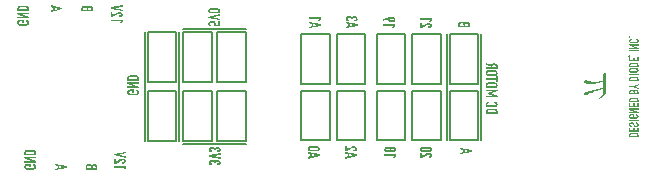
<source format=gbo>
%TF.GenerationSoftware,KiCad,Pcbnew,9.0.0*%
%TF.CreationDate,2025-03-14T22:24:00-04:00*%
%TF.ProjectId,teensy,7465656e-7379-42e6-9b69-6361645f7063,rev?*%
%TF.SameCoordinates,Original*%
%TF.FileFunction,Legend,Bot*%
%TF.FilePolarity,Positive*%
%FSLAX46Y46*%
G04 Gerber Fmt 4.6, Leading zero omitted, Abs format (unit mm)*
G04 Created by KiCad (PCBNEW 9.0.0) date 2025-03-14 22:24:00*
%MOMM*%
%LPD*%
G01*
G04 APERTURE LIST*
%ADD10C,0.150000*%
%ADD11C,0.000000*%
%ADD12C,0.250000*%
%ADD13C,0.200000*%
G04 APERTURE END LIST*
D10*
X163240000Y-97470000D02*
X163240000Y-106470000D01*
X140900000Y-97050000D02*
X146200000Y-97050000D01*
X166150000Y-97470000D02*
X166150000Y-106470000D01*
X140550000Y-97300000D02*
X140550000Y-106500000D01*
X140900000Y-106750000D02*
X146200000Y-106750000D01*
X137650000Y-97300000D02*
X137650000Y-106500000D01*
D11*
G36*
X176611996Y-100748421D02*
G01*
X176617675Y-100748936D01*
X176623327Y-100749733D01*
X176628944Y-100750816D01*
X176634515Y-100752188D01*
X176640031Y-100753851D01*
X176645480Y-100755810D01*
X176650853Y-100758067D01*
X176656141Y-100760625D01*
X176670938Y-100769079D01*
X176676892Y-100775088D01*
X176681974Y-100784044D01*
X176686254Y-100797270D01*
X176689799Y-100816084D01*
X176694965Y-100875763D01*
X176698023Y-100973643D01*
X176699524Y-101120290D01*
X176700064Y-101602138D01*
X176699992Y-101839541D01*
X176699694Y-102023624D01*
X176699043Y-102161784D01*
X176698546Y-102215956D01*
X176697913Y-102261421D01*
X176697129Y-102299104D01*
X176696178Y-102329931D01*
X176695044Y-102354825D01*
X176693712Y-102374712D01*
X176692165Y-102390517D01*
X176690388Y-102403164D01*
X176688366Y-102413577D01*
X176686082Y-102422682D01*
X176677618Y-102450190D01*
X176667522Y-102477294D01*
X176655761Y-102504035D01*
X176642301Y-102530452D01*
X176627108Y-102556585D01*
X176610150Y-102582474D01*
X176591392Y-102608158D01*
X176570800Y-102633677D01*
X176548343Y-102659071D01*
X176523985Y-102684379D01*
X176497693Y-102709641D01*
X176469434Y-102734897D01*
X176439174Y-102760186D01*
X176406880Y-102785548D01*
X176372519Y-102811023D01*
X176336055Y-102836649D01*
X176314684Y-102851170D01*
X176294309Y-102864761D01*
X176274939Y-102877414D01*
X176256586Y-102889125D01*
X176239260Y-102899889D01*
X176222971Y-102909699D01*
X176207731Y-102918549D01*
X176193548Y-102926435D01*
X176180435Y-102933350D01*
X176168400Y-102939289D01*
X176157456Y-102944246D01*
X176147611Y-102948215D01*
X176138877Y-102951191D01*
X176131265Y-102953168D01*
X176127882Y-102953780D01*
X176124784Y-102954140D01*
X176121971Y-102954248D01*
X176119445Y-102954102D01*
X176115718Y-102953641D01*
X176112422Y-102953131D01*
X176109531Y-102952530D01*
X176107018Y-102951794D01*
X176105896Y-102951361D01*
X176104858Y-102950879D01*
X176103901Y-102950340D01*
X176103023Y-102949740D01*
X176102220Y-102949074D01*
X176101488Y-102948335D01*
X176100825Y-102947519D01*
X176100227Y-102946620D01*
X176099690Y-102945632D01*
X176099212Y-102944550D01*
X176098789Y-102943369D01*
X176098418Y-102942083D01*
X176097818Y-102939174D01*
X176097386Y-102935779D01*
X176097096Y-102931856D01*
X176096922Y-102927359D01*
X176096814Y-102916473D01*
X176096814Y-102881432D01*
X176171136Y-102828020D01*
X176203250Y-102804193D01*
X176233440Y-102780239D01*
X176261728Y-102756131D01*
X176288133Y-102731840D01*
X176312676Y-102707337D01*
X176335377Y-102682595D01*
X176356257Y-102657585D01*
X176375336Y-102632278D01*
X176392633Y-102606646D01*
X176408171Y-102580660D01*
X176421967Y-102554293D01*
X176434044Y-102527515D01*
X176444421Y-102500298D01*
X176453119Y-102472614D01*
X176460158Y-102444435D01*
X176465557Y-102415732D01*
X176467426Y-102400947D01*
X176469054Y-102382172D01*
X176471585Y-102335379D01*
X176473142Y-102280809D01*
X176473717Y-102223921D01*
X176473302Y-102170174D01*
X176471890Y-102125025D01*
X176470807Y-102107381D01*
X176469472Y-102093933D01*
X176467883Y-102085365D01*
X176466994Y-102083123D01*
X176466040Y-102082357D01*
X176461027Y-102083399D01*
X176449690Y-102086387D01*
X176410942Y-102097363D01*
X176355590Y-102113606D01*
X176289431Y-102133441D01*
X176159175Y-102174250D01*
X176028417Y-102218043D01*
X175896276Y-102265161D01*
X175761871Y-102315946D01*
X175624321Y-102370740D01*
X175482747Y-102429885D01*
X175336267Y-102493722D01*
X175184001Y-102562594D01*
X175115623Y-102594012D01*
X175087918Y-102606658D01*
X175064034Y-102617439D01*
X175043596Y-102626492D01*
X175026229Y-102633950D01*
X175018580Y-102637124D01*
X175011558Y-102639949D01*
X175005116Y-102642443D01*
X174999207Y-102644622D01*
X174993785Y-102646504D01*
X174988801Y-102648105D01*
X174984210Y-102649442D01*
X174979964Y-102650531D01*
X174976017Y-102651391D01*
X174972321Y-102652036D01*
X174968830Y-102652485D01*
X174965497Y-102652754D01*
X174962275Y-102652859D01*
X174959116Y-102652819D01*
X174955975Y-102652649D01*
X174952803Y-102652366D01*
X174946182Y-102651529D01*
X174938879Y-102650444D01*
X174935276Y-102649832D01*
X174931703Y-102649083D01*
X174928161Y-102648200D01*
X174924655Y-102647186D01*
X174917765Y-102644776D01*
X174911058Y-102641878D01*
X174904562Y-102638514D01*
X174898306Y-102634710D01*
X174892315Y-102630487D01*
X174886618Y-102625871D01*
X174881242Y-102620885D01*
X174876214Y-102615553D01*
X174871562Y-102609899D01*
X174867314Y-102603945D01*
X174863496Y-102597717D01*
X174860136Y-102591238D01*
X174858636Y-102587912D01*
X174857261Y-102584532D01*
X174856015Y-102581101D01*
X174854900Y-102577622D01*
X174854899Y-102577623D01*
X174852983Y-102570699D01*
X174851395Y-102563832D01*
X174850134Y-102557023D01*
X174849198Y-102550275D01*
X174848585Y-102543591D01*
X174848296Y-102536973D01*
X174848327Y-102530424D01*
X174848679Y-102523945D01*
X174849350Y-102517540D01*
X174850338Y-102511211D01*
X174851643Y-102504959D01*
X174853262Y-102498789D01*
X174855196Y-102492701D01*
X174857442Y-102486699D01*
X174859999Y-102480785D01*
X174862866Y-102474962D01*
X174866041Y-102469231D01*
X174869524Y-102463596D01*
X174873313Y-102458058D01*
X174877407Y-102452621D01*
X174881804Y-102447286D01*
X174886504Y-102442056D01*
X174891505Y-102436934D01*
X174896805Y-102431922D01*
X174902404Y-102427022D01*
X174908300Y-102422237D01*
X174914491Y-102417569D01*
X174920978Y-102413020D01*
X174927758Y-102408594D01*
X174934830Y-102404293D01*
X174942192Y-102400118D01*
X174949844Y-102396073D01*
X174980865Y-102382884D01*
X175029832Y-102365483D01*
X175094326Y-102344589D01*
X175171926Y-102320923D01*
X175356768Y-102268156D01*
X175565001Y-102212945D01*
X176076969Y-102081675D01*
X176274539Y-102031126D01*
X176398438Y-102000000D01*
X176469875Y-101982705D01*
X176471978Y-101746782D01*
X176472263Y-101699389D01*
X176472262Y-101655176D01*
X176471994Y-101615111D01*
X176471479Y-101580160D01*
X176470735Y-101551291D01*
X176469782Y-101529473D01*
X176469233Y-101521510D01*
X176468639Y-101515672D01*
X176468002Y-101512081D01*
X176467668Y-101511166D01*
X176467325Y-101510857D01*
X176451290Y-101514034D01*
X176412624Y-101522683D01*
X176290597Y-101551117D01*
X176096388Y-101595422D01*
X175923596Y-101631021D01*
X175844292Y-101645666D01*
X175769213Y-101658265D01*
X175697984Y-101668862D01*
X175630229Y-101677501D01*
X175565570Y-101684226D01*
X175503633Y-101689080D01*
X175444040Y-101692107D01*
X175386416Y-101693350D01*
X175330383Y-101692853D01*
X175275567Y-101690661D01*
X175221591Y-101686815D01*
X175168077Y-101681361D01*
X175134097Y-101677087D01*
X175102374Y-101672464D01*
X175072842Y-101667462D01*
X175045431Y-101662055D01*
X175020073Y-101656215D01*
X174996700Y-101649914D01*
X174985736Y-101646582D01*
X174975243Y-101643124D01*
X174965212Y-101639537D01*
X174955634Y-101635818D01*
X174946501Y-101631962D01*
X174937804Y-101627967D01*
X174929535Y-101623829D01*
X174921685Y-101619545D01*
X174914245Y-101615111D01*
X174907208Y-101610523D01*
X174900564Y-101605779D01*
X174894305Y-101600874D01*
X174888423Y-101595806D01*
X174882908Y-101590570D01*
X174877752Y-101585164D01*
X174872948Y-101579584D01*
X174868485Y-101573826D01*
X174864356Y-101567887D01*
X174860552Y-101561764D01*
X174857065Y-101555452D01*
X174854618Y-101550232D01*
X174852588Y-101544803D01*
X174850966Y-101539183D01*
X174849743Y-101533389D01*
X174848913Y-101527441D01*
X174848465Y-101521354D01*
X174848392Y-101515147D01*
X174848685Y-101508837D01*
X174849337Y-101502442D01*
X174850338Y-101495980D01*
X174851680Y-101489468D01*
X174853355Y-101482924D01*
X174855355Y-101476365D01*
X174857671Y-101469810D01*
X174860295Y-101463275D01*
X174863218Y-101456778D01*
X174866432Y-101450338D01*
X174869929Y-101443972D01*
X174873700Y-101437696D01*
X174877737Y-101431530D01*
X174882031Y-101425490D01*
X174886575Y-101419595D01*
X174891360Y-101413861D01*
X174896377Y-101408307D01*
X174901619Y-101402950D01*
X174907076Y-101397808D01*
X174912740Y-101392899D01*
X174918604Y-101388239D01*
X174924658Y-101383847D01*
X174930894Y-101379741D01*
X174937304Y-101375937D01*
X174943880Y-101372454D01*
X174952378Y-101368367D01*
X174960878Y-101364554D01*
X174969152Y-101361098D01*
X174976973Y-101358084D01*
X174980644Y-101356768D01*
X174984116Y-101355594D01*
X174987361Y-101354572D01*
X174990352Y-101353713D01*
X174993060Y-101353026D01*
X174995456Y-101352522D01*
X174997512Y-101352213D01*
X174999199Y-101352107D01*
X175001043Y-101352251D01*
X175003557Y-101352673D01*
X175010423Y-101354295D01*
X175019445Y-101356859D01*
X175030272Y-101360251D01*
X175042556Y-101364358D01*
X175055945Y-101369067D01*
X175070088Y-101374262D01*
X175084636Y-101379831D01*
X175149045Y-101403102D01*
X175216343Y-101423747D01*
X175286354Y-101441760D01*
X175358900Y-101457134D01*
X175433805Y-101469860D01*
X175510890Y-101479932D01*
X175589980Y-101487342D01*
X175670896Y-101492083D01*
X175753461Y-101494147D01*
X175837499Y-101493527D01*
X175922832Y-101490216D01*
X176009283Y-101484206D01*
X176096674Y-101475490D01*
X176184829Y-101464061D01*
X176273570Y-101449911D01*
X176362720Y-101433032D01*
X176469876Y-101411138D01*
X176473845Y-101125638D01*
X176475161Y-101035793D01*
X176475788Y-100998792D01*
X176476428Y-100966561D01*
X176477105Y-100938717D01*
X176477845Y-100914877D01*
X176478672Y-100894657D01*
X176479610Y-100877674D01*
X176480129Y-100870277D01*
X176480685Y-100863546D01*
X176481282Y-100857432D01*
X176481921Y-100851889D01*
X176482608Y-100846867D01*
X176483344Y-100842319D01*
X176484133Y-100838198D01*
X176484978Y-100834455D01*
X176485881Y-100831043D01*
X176486847Y-100827913D01*
X176487878Y-100825017D01*
X176488977Y-100822309D01*
X176490147Y-100819739D01*
X176491392Y-100817260D01*
X176494118Y-100812384D01*
X176497399Y-100807088D01*
X176500897Y-100801998D01*
X176504599Y-100797116D01*
X176508497Y-100792445D01*
X176512580Y-100787990D01*
X176516838Y-100783752D01*
X176521262Y-100779736D01*
X176525840Y-100775944D01*
X176530564Y-100772380D01*
X176535423Y-100769046D01*
X176540406Y-100765947D01*
X176545505Y-100763085D01*
X176550708Y-100760464D01*
X176556007Y-100758086D01*
X176561390Y-100755955D01*
X176566848Y-100754075D01*
X176572371Y-100752448D01*
X176577948Y-100751077D01*
X176583570Y-100749966D01*
X176589226Y-100749118D01*
X176594907Y-100748537D01*
X176600602Y-100748224D01*
X176606302Y-100748185D01*
X176611996Y-100748421D01*
G37*
D12*
G36*
X127605081Y-96737473D02*
G01*
X127654989Y-96733406D01*
X127702549Y-96720022D01*
X127711326Y-96716224D01*
X127753580Y-96691434D01*
X127788019Y-96659560D01*
X127816707Y-96618310D01*
X127832715Y-96582379D01*
X127845157Y-96533512D01*
X127848102Y-96495184D01*
X127843234Y-96446034D01*
X127832715Y-96408234D01*
X127810999Y-96361995D01*
X127788019Y-96329344D01*
X127750978Y-96296856D01*
X127711082Y-96274145D01*
X127661379Y-96258208D01*
X127612078Y-96252979D01*
X127604592Y-96252896D01*
X127554522Y-96252896D01*
X127554522Y-96395778D01*
X127604592Y-96395778D01*
X127654189Y-96405128D01*
X127680796Y-96425331D01*
X127702835Y-96470931D01*
X127705220Y-96494940D01*
X127694702Y-96543421D01*
X127680796Y-96565038D01*
X127636958Y-96591099D01*
X127604592Y-96594591D01*
X127080936Y-96594591D01*
X127031537Y-96585240D01*
X127004976Y-96565038D01*
X126982937Y-96519207D01*
X126980552Y-96494940D01*
X126991070Y-96446890D01*
X127004976Y-96425331D01*
X127048709Y-96399270D01*
X127080936Y-96395778D01*
X127267537Y-96395778D01*
X127267537Y-96512281D01*
X127392589Y-96512281D01*
X127392589Y-96252896D01*
X127080203Y-96252896D01*
X127028738Y-96256963D01*
X126981275Y-96270347D01*
X126972736Y-96274145D01*
X126929779Y-96300306D01*
X126898975Y-96329344D01*
X126870619Y-96369369D01*
X126852813Y-96408234D01*
X126840568Y-96456903D01*
X126837670Y-96495184D01*
X126842461Y-96544412D01*
X126852813Y-96582379D01*
X126874992Y-96627957D01*
X126898975Y-96659560D01*
X126934458Y-96693190D01*
X126972980Y-96716224D01*
X127022195Y-96732161D01*
X127072671Y-96737390D01*
X127080447Y-96737473D01*
X127605081Y-96737473D01*
G37*
G36*
X126845486Y-96141521D02*
G01*
X127845904Y-96141521D01*
X127845904Y-96005478D01*
X127243113Y-95784193D01*
X127845904Y-95784193D01*
X127845904Y-95641311D01*
X126845486Y-95641311D01*
X126845486Y-95774424D01*
X127446811Y-95998639D01*
X126845486Y-95998639D01*
X126845486Y-96141521D01*
G37*
G36*
X127631865Y-95066869D02*
G01*
X127684881Y-95076715D01*
X127736131Y-95097208D01*
X127778493Y-95127669D01*
X127807986Y-95162702D01*
X127831092Y-95210837D01*
X127842678Y-95261376D01*
X127845904Y-95311584D01*
X127845904Y-95520167D01*
X126845486Y-95520167D01*
X126845486Y-95324284D01*
X126846113Y-95314026D01*
X126988368Y-95314026D01*
X126988368Y-95377285D01*
X127703022Y-95377285D01*
X127703022Y-95314026D01*
X127698557Y-95273886D01*
X127671271Y-95230495D01*
X127633230Y-95213276D01*
X127582122Y-95207536D01*
X127110733Y-95207536D01*
X127064898Y-95211527D01*
X127017921Y-95231716D01*
X126995756Y-95264384D01*
X126988368Y-95314026D01*
X126846113Y-95314026D01*
X126848676Y-95272070D01*
X126860136Y-95219294D01*
X126879932Y-95173877D01*
X126912164Y-95131577D01*
X126925316Y-95119617D01*
X126966750Y-95093475D01*
X127017434Y-95075699D01*
X127069371Y-95067007D01*
X127119526Y-95064654D01*
X127587495Y-95064654D01*
X127631865Y-95066869D01*
G37*
G36*
X143648367Y-108384089D02*
G01*
X143651694Y-108333020D01*
X143663510Y-108296161D01*
X143708756Y-108273264D01*
X143733852Y-108271737D01*
X143860858Y-108271737D01*
X143907984Y-108288266D01*
X143910439Y-108290544D01*
X143929659Y-108337155D01*
X143929734Y-108341102D01*
X143914094Y-108387638D01*
X143906043Y-108394347D01*
X143860858Y-108410223D01*
X143780746Y-108410223D01*
X143780746Y-108553105D01*
X143862568Y-108553105D01*
X143912354Y-108547250D01*
X143944633Y-108536496D01*
X143986992Y-108512092D01*
X144011311Y-108490334D01*
X144041727Y-108449882D01*
X144055764Y-108421946D01*
X144069835Y-108373560D01*
X144072616Y-108338171D01*
X144067572Y-108287671D01*
X144049658Y-108241207D01*
X144020768Y-108200411D01*
X144003251Y-108183077D01*
X143969790Y-108158897D01*
X143929734Y-108141311D01*
X143881095Y-108132796D01*
X143831006Y-108129451D01*
X143793691Y-108128855D01*
X143744640Y-108128855D01*
X143710404Y-108128855D01*
X143661881Y-108135876D01*
X143657892Y-108137404D01*
X143620279Y-108165980D01*
X143592812Y-108206391D01*
X143587306Y-108216050D01*
X143558274Y-108175125D01*
X143547739Y-108163782D01*
X143505729Y-108137404D01*
X143456431Y-108129064D01*
X143445889Y-108128855D01*
X143395610Y-108128855D01*
X143358206Y-108128855D01*
X143308232Y-108128855D01*
X143276629Y-108128855D01*
X143227421Y-108132265D01*
X143223384Y-108133007D01*
X143185526Y-108144242D01*
X143153531Y-108162561D01*
X143115350Y-108195242D01*
X143088073Y-108230949D01*
X143068656Y-108279064D01*
X143062411Y-108327870D01*
X143062184Y-108340369D01*
X143067862Y-108391092D01*
X143073175Y-108412177D01*
X143092752Y-108457037D01*
X143109811Y-108481297D01*
X143147573Y-108515969D01*
X143176001Y-108532833D01*
X143224440Y-108548651D01*
X143275652Y-108553105D01*
X143357229Y-108553105D01*
X143357229Y-108410223D01*
X143282491Y-108410223D01*
X143233959Y-108397008D01*
X143226803Y-108391660D01*
X143205257Y-108346983D01*
X143205066Y-108341102D01*
X143222919Y-108294142D01*
X143226803Y-108290544D01*
X143272198Y-108272398D01*
X143285422Y-108271737D01*
X143428792Y-108271737D01*
X143477763Y-108277294D01*
X143506461Y-108293963D01*
X143520383Y-108327913D01*
X143523288Y-108377702D01*
X143523314Y-108384089D01*
X143648367Y-108384089D01*
G37*
G36*
X144070418Y-107527773D02*
G01*
X143070000Y-107731960D01*
X143070000Y-107857990D01*
X144070418Y-108060956D01*
X144070418Y-107909769D01*
X143372128Y-107796441D01*
X143372128Y-107793754D01*
X144070418Y-107678960D01*
X144070418Y-107527773D01*
G37*
G36*
X143648367Y-107293789D02*
G01*
X143651694Y-107242720D01*
X143663510Y-107205861D01*
X143708756Y-107182964D01*
X143733852Y-107181437D01*
X143860858Y-107181437D01*
X143907984Y-107197966D01*
X143910439Y-107200244D01*
X143929659Y-107246855D01*
X143929734Y-107250802D01*
X143914094Y-107297338D01*
X143906043Y-107304047D01*
X143860858Y-107319923D01*
X143780746Y-107319923D01*
X143780746Y-107462805D01*
X143862568Y-107462805D01*
X143912354Y-107456950D01*
X143944633Y-107446196D01*
X143986992Y-107421792D01*
X144011311Y-107400034D01*
X144041727Y-107359582D01*
X144055764Y-107331646D01*
X144069835Y-107283260D01*
X144072616Y-107247871D01*
X144067572Y-107197371D01*
X144049658Y-107150907D01*
X144020768Y-107110110D01*
X144003251Y-107092777D01*
X143969790Y-107068597D01*
X143929734Y-107051011D01*
X143881095Y-107042496D01*
X143831006Y-107039151D01*
X143793691Y-107038555D01*
X143744640Y-107038555D01*
X143710404Y-107038555D01*
X143661881Y-107045576D01*
X143657892Y-107047103D01*
X143620279Y-107075680D01*
X143592812Y-107116091D01*
X143587306Y-107125750D01*
X143558274Y-107084825D01*
X143547739Y-107073482D01*
X143505729Y-107047103D01*
X143456431Y-107038764D01*
X143445889Y-107038555D01*
X143395610Y-107038555D01*
X143358206Y-107038555D01*
X143308232Y-107038555D01*
X143276629Y-107038555D01*
X143227421Y-107041965D01*
X143223384Y-107042707D01*
X143185526Y-107053942D01*
X143153531Y-107072260D01*
X143115350Y-107104942D01*
X143088073Y-107140648D01*
X143068656Y-107188764D01*
X143062411Y-107237570D01*
X143062184Y-107250069D01*
X143067862Y-107300792D01*
X143073175Y-107321877D01*
X143092752Y-107366737D01*
X143109811Y-107390997D01*
X143147573Y-107425668D01*
X143176001Y-107442533D01*
X143224440Y-107458350D01*
X143275652Y-107462805D01*
X143357229Y-107462805D01*
X143357229Y-107319923D01*
X143282491Y-107319923D01*
X143233959Y-107306708D01*
X143226803Y-107301360D01*
X143205257Y-107256683D01*
X143205066Y-107250802D01*
X143222919Y-107203842D01*
X143226803Y-107200244D01*
X143272198Y-107182098D01*
X143285422Y-107181437D01*
X143428792Y-107181437D01*
X143477763Y-107186994D01*
X143506461Y-107203663D01*
X143520383Y-107237613D01*
X143523288Y-107287402D01*
X143523314Y-107293789D01*
X143648367Y-107293789D01*
G37*
G36*
X155660418Y-96645617D02*
G01*
X155660418Y-96764563D01*
X154660000Y-96987313D01*
X154660000Y-96844431D01*
X154878841Y-96802421D01*
X154878841Y-96777264D01*
X155021723Y-96777264D01*
X155377585Y-96707166D01*
X155377585Y-96704480D01*
X155021723Y-96634382D01*
X155021723Y-96777264D01*
X154878841Y-96777264D01*
X154878841Y-96607759D01*
X154660000Y-96565750D01*
X154660000Y-96423112D01*
X155660418Y-96645617D01*
G37*
G36*
X155238367Y-96204515D02*
G01*
X155241694Y-96153445D01*
X155253510Y-96116587D01*
X155298756Y-96093689D01*
X155323852Y-96092163D01*
X155450858Y-96092163D01*
X155497984Y-96108692D01*
X155500439Y-96110969D01*
X155519659Y-96157581D01*
X155519734Y-96161528D01*
X155504094Y-96208064D01*
X155496043Y-96214773D01*
X155450858Y-96230648D01*
X155370746Y-96230648D01*
X155370746Y-96373531D01*
X155452568Y-96373531D01*
X155502354Y-96367675D01*
X155534633Y-96356922D01*
X155576992Y-96332518D01*
X155601311Y-96310760D01*
X155631727Y-96270307D01*
X155645764Y-96242372D01*
X155659835Y-96193986D01*
X155662616Y-96158597D01*
X155657572Y-96108097D01*
X155639658Y-96061632D01*
X155610768Y-96020836D01*
X155593251Y-96003503D01*
X155559790Y-95979323D01*
X155519734Y-95961737D01*
X155471095Y-95953222D01*
X155421006Y-95949877D01*
X155383691Y-95949281D01*
X155334640Y-95949281D01*
X155300404Y-95949281D01*
X155251881Y-95956302D01*
X155247892Y-95957829D01*
X155210279Y-95986406D01*
X155182812Y-96026817D01*
X155177306Y-96036475D01*
X155148274Y-95995550D01*
X155137739Y-95984207D01*
X155095729Y-95957829D01*
X155046431Y-95949489D01*
X155035889Y-95949281D01*
X154985610Y-95949281D01*
X154948206Y-95949281D01*
X154898232Y-95949281D01*
X154866629Y-95949281D01*
X154817421Y-95952691D01*
X154813384Y-95953433D01*
X154775526Y-95964668D01*
X154743531Y-95982986D01*
X154705350Y-96015668D01*
X154678073Y-96051374D01*
X154658656Y-96099490D01*
X154652411Y-96148296D01*
X154652184Y-96160795D01*
X154657862Y-96211518D01*
X154663175Y-96232602D01*
X154682752Y-96277463D01*
X154699811Y-96301723D01*
X154737573Y-96336394D01*
X154766001Y-96353258D01*
X154814440Y-96369076D01*
X154865652Y-96373531D01*
X154947229Y-96373531D01*
X154947229Y-96230648D01*
X154872491Y-96230648D01*
X154823959Y-96217434D01*
X154816803Y-96212086D01*
X154795257Y-96167409D01*
X154795066Y-96161528D01*
X154812919Y-96114568D01*
X154816803Y-96110969D01*
X154862198Y-96092824D01*
X154875422Y-96092163D01*
X155018792Y-96092163D01*
X155067763Y-96097719D01*
X155096461Y-96114389D01*
X155110383Y-96148339D01*
X155113288Y-96198127D01*
X155113314Y-96204515D01*
X155238367Y-96204515D01*
G37*
G36*
X157850000Y-96781158D02*
G01*
X158698743Y-96781158D01*
X158593230Y-96921842D01*
X158745150Y-96921842D01*
X158850418Y-96781158D01*
X158850418Y-96638276D01*
X157850000Y-96638276D01*
X157850000Y-96781158D01*
G37*
G36*
X158637921Y-96008141D02*
G01*
X158687752Y-96011060D01*
X158724145Y-96022295D01*
X158756140Y-96039148D01*
X158796135Y-96072060D01*
X158826727Y-96114131D01*
X158831353Y-96122989D01*
X158847661Y-96170631D01*
X158852616Y-96220132D01*
X158852393Y-96231199D01*
X158845447Y-96280005D01*
X158827215Y-96327110D01*
X158823988Y-96332958D01*
X158794558Y-96372009D01*
X158755896Y-96402581D01*
X158723900Y-96418946D01*
X158687508Y-96427983D01*
X158683216Y-96428768D01*
X158633531Y-96432379D01*
X158602642Y-96432379D01*
X158553175Y-96432379D01*
X158505550Y-96432379D01*
X158455722Y-96432379D01*
X158441723Y-96432225D01*
X158391974Y-96427983D01*
X158350697Y-96419678D01*
X158320655Y-96404047D01*
X158305747Y-96392524D01*
X158274494Y-96353244D01*
X158264834Y-96332369D01*
X158256175Y-96282414D01*
X158259595Y-96243579D01*
X158268632Y-96221842D01*
X158267288Y-96220376D01*
X158381472Y-96220376D01*
X158381548Y-96223800D01*
X158401011Y-96268736D01*
X158406148Y-96273602D01*
X158452791Y-96289497D01*
X158638171Y-96289497D01*
X158644105Y-96289315D01*
X158689951Y-96268736D01*
X158692346Y-96266115D01*
X158709734Y-96220376D01*
X158709657Y-96216924D01*
X158689951Y-96171772D01*
X158684867Y-96166906D01*
X158638171Y-96151011D01*
X158452791Y-96151011D01*
X158446899Y-96151194D01*
X158401011Y-96171772D01*
X158398645Y-96174395D01*
X158381472Y-96220376D01*
X158267288Y-96220376D01*
X158265945Y-96218911D01*
X157850000Y-96381332D01*
X157850000Y-96221598D01*
X158349965Y-96032065D01*
X158386845Y-96020341D01*
X158426657Y-96011060D01*
X158427978Y-96010880D01*
X158477704Y-96008129D01*
X158504733Y-96008129D01*
X158553663Y-96008129D01*
X158582605Y-96008129D01*
X158634019Y-96008129D01*
X158637921Y-96008141D01*
G37*
D13*
G36*
X179284316Y-105837341D02*
G01*
X179326729Y-105845217D01*
X179367729Y-105861611D01*
X179401619Y-105885980D01*
X179425213Y-105914007D01*
X179443698Y-105952515D01*
X179452967Y-105992946D01*
X179455547Y-106033112D01*
X179455547Y-106199979D01*
X178655213Y-106199979D01*
X178655213Y-106043272D01*
X178655714Y-106035066D01*
X178769518Y-106035066D01*
X178769518Y-106085673D01*
X179341242Y-106085673D01*
X179341242Y-106035066D01*
X179337670Y-106002954D01*
X179315841Y-105968241D01*
X179285408Y-105954466D01*
X179244522Y-105949874D01*
X178867411Y-105949874D01*
X178830743Y-105953066D01*
X178793161Y-105969218D01*
X178775429Y-105995352D01*
X178769518Y-106035066D01*
X178655714Y-106035066D01*
X178657765Y-106001501D01*
X178666933Y-105959280D01*
X178682769Y-105922946D01*
X178708555Y-105889106D01*
X178719077Y-105879538D01*
X178752224Y-105858625D01*
X178792771Y-105844404D01*
X178834321Y-105837450D01*
X178874445Y-105835568D01*
X179248820Y-105835568D01*
X179284316Y-105837341D01*
G37*
G36*
X178655213Y-105723217D02*
G01*
X179455547Y-105723217D01*
X179455547Y-105385575D01*
X179341242Y-105385575D01*
X179341242Y-105608911D01*
X179119665Y-105608911D01*
X179119665Y-105410586D01*
X179005359Y-105410586D01*
X179005359Y-105608911D01*
X178769518Y-105608911D01*
X178769518Y-105385575D01*
X178655213Y-105385575D01*
X178655213Y-105723217D01*
G37*
G36*
X179221465Y-104944570D02*
G01*
X179221465Y-105058876D01*
X179247062Y-105058876D01*
X179287625Y-105064440D01*
X179314473Y-105076461D01*
X179338989Y-105107831D01*
X179343000Y-105135666D01*
X179334012Y-105171814D01*
X179311737Y-105194089D01*
X179278716Y-105205812D01*
X179240418Y-105208939D01*
X179201144Y-105207376D01*
X179173203Y-105199169D01*
X179151905Y-105180020D01*
X179134319Y-105146022D01*
X179099734Y-105061025D01*
X179082785Y-105025758D01*
X179065540Y-105001235D01*
X179035811Y-104974418D01*
X179020404Y-104965282D01*
X178982245Y-104952920D01*
X178959637Y-104949064D01*
X178918359Y-104945431D01*
X178882065Y-104944570D01*
X178842584Y-104946215D01*
X178802663Y-104951665D01*
X178789058Y-104954535D01*
X178751548Y-104966583D01*
X178715785Y-104986775D01*
X178686373Y-105015769D01*
X178666741Y-105048129D01*
X178653978Y-105087176D01*
X178649238Y-105126989D01*
X178648960Y-105140355D01*
X178652575Y-105180069D01*
X178663419Y-105217145D01*
X178682078Y-105252117D01*
X178703670Y-105278304D01*
X178735283Y-105303761D01*
X178763461Y-105318946D01*
X178801502Y-105330685D01*
X178837906Y-105333991D01*
X178880307Y-105333991D01*
X178880307Y-105219685D01*
X178844745Y-105219685D01*
X178806321Y-105211860D01*
X178788276Y-105201514D01*
X178766221Y-105166977D01*
X178763266Y-105140355D01*
X178769247Y-105101066D01*
X178771667Y-105095806D01*
X178795506Y-105070990D01*
X178833021Y-105060635D01*
X178873238Y-105058919D01*
X178881479Y-105058876D01*
X178920565Y-105059986D01*
X178932672Y-105061025D01*
X178965108Y-105069623D01*
X178985233Y-105089748D01*
X179002037Y-105122965D01*
X179035450Y-105202491D01*
X179054000Y-105239103D01*
X179078165Y-105271045D01*
X179109066Y-105295559D01*
X179115171Y-105298820D01*
X179152270Y-105312726D01*
X179191165Y-105320358D01*
X179230381Y-105323149D01*
X179239637Y-105323244D01*
X179280458Y-105320626D01*
X179319390Y-105312769D01*
X179324438Y-105311325D01*
X179361905Y-105296182D01*
X179393803Y-105274982D01*
X179421220Y-105246955D01*
X179439916Y-105216364D01*
X179452958Y-105177187D01*
X179457238Y-105137298D01*
X179457306Y-105131172D01*
X179453398Y-105091311D01*
X179441674Y-105054968D01*
X179422198Y-105020869D01*
X179400251Y-104995177D01*
X179368884Y-104970714D01*
X179331095Y-104952922D01*
X179290215Y-104945015D01*
X179277348Y-104944570D01*
X179221465Y-104944570D01*
G37*
G36*
X178655213Y-104842379D02*
G01*
X179455547Y-104842379D01*
X179455547Y-104728073D01*
X178655213Y-104728073D01*
X178655213Y-104842379D01*
G37*
G36*
X179262889Y-104626664D02*
G01*
X179302816Y-104623410D01*
X179340863Y-104612702D01*
X179347885Y-104609665D01*
X179381688Y-104589832D01*
X179409239Y-104564333D01*
X179432189Y-104531333D01*
X179444996Y-104502588D01*
X179454950Y-104463495D01*
X179457306Y-104432833D01*
X179453411Y-104393513D01*
X179444996Y-104363272D01*
X179427624Y-104326281D01*
X179409239Y-104300160D01*
X179379606Y-104274170D01*
X179347690Y-104256001D01*
X179307927Y-104243251D01*
X179268486Y-104239068D01*
X179262498Y-104239002D01*
X179222442Y-104239002D01*
X179222442Y-104353307D01*
X179262498Y-104353307D01*
X179302175Y-104360788D01*
X179323461Y-104376950D01*
X179341092Y-104413430D01*
X179343000Y-104432637D01*
X179334585Y-104471422D01*
X179323461Y-104488715D01*
X179288391Y-104509564D01*
X179262498Y-104512358D01*
X178843573Y-104512358D01*
X178804053Y-104504877D01*
X178782805Y-104488715D01*
X178765174Y-104452051D01*
X178763266Y-104432637D01*
X178771680Y-104394197D01*
X178782805Y-104376950D01*
X178817791Y-104356101D01*
X178843573Y-104353307D01*
X178992854Y-104353307D01*
X178992854Y-104446510D01*
X179092896Y-104446510D01*
X179092896Y-104239002D01*
X178842986Y-104239002D01*
X178801815Y-104242255D01*
X178763844Y-104252963D01*
X178757013Y-104256001D01*
X178722648Y-104276930D01*
X178698004Y-104300160D01*
X178675320Y-104332180D01*
X178661074Y-104363272D01*
X178651279Y-104402208D01*
X178648960Y-104432833D01*
X178652793Y-104472215D01*
X178661074Y-104502588D01*
X178678818Y-104539051D01*
X178698004Y-104564333D01*
X178726391Y-104591238D01*
X178757208Y-104609665D01*
X178796580Y-104622414D01*
X178836961Y-104626597D01*
X178843182Y-104626664D01*
X179262889Y-104626664D01*
G37*
G36*
X178655213Y-104149902D02*
G01*
X179455547Y-104149902D01*
X179455547Y-104041067D01*
X178973314Y-103864040D01*
X179455547Y-103864040D01*
X179455547Y-103749734D01*
X178655213Y-103749734D01*
X178655213Y-103856224D01*
X179136273Y-104035596D01*
X178655213Y-104035596D01*
X178655213Y-104149902D01*
G37*
G36*
X178655213Y-103652819D02*
G01*
X179455547Y-103652819D01*
X179455547Y-103315177D01*
X179341242Y-103315177D01*
X179341242Y-103538513D01*
X179119665Y-103538513D01*
X179119665Y-103340188D01*
X179005359Y-103340188D01*
X179005359Y-103538513D01*
X178769518Y-103538513D01*
X178769518Y-103315177D01*
X178655213Y-103315177D01*
X178655213Y-103652819D01*
G37*
G36*
X179284316Y-102875945D02*
G01*
X179326729Y-102883822D01*
X179367729Y-102900215D01*
X179401619Y-102924584D01*
X179425213Y-102952611D01*
X179443698Y-102991119D01*
X179452967Y-103031550D01*
X179455547Y-103071716D01*
X179455547Y-103238583D01*
X178655213Y-103238583D01*
X178655213Y-103081877D01*
X178655714Y-103073670D01*
X178769518Y-103073670D01*
X178769518Y-103124277D01*
X179341242Y-103124277D01*
X179341242Y-103073670D01*
X179337670Y-103041558D01*
X179315841Y-103006845D01*
X179285408Y-102993070D01*
X179244522Y-102988478D01*
X178867411Y-102988478D01*
X178830743Y-102991671D01*
X178793161Y-103007822D01*
X178775429Y-103033956D01*
X178769518Y-103073670D01*
X178655714Y-103073670D01*
X178657765Y-103040105D01*
X178666933Y-102997885D01*
X178682769Y-102961551D01*
X178708555Y-102927711D01*
X178719077Y-102918143D01*
X178752224Y-102897229D01*
X178792771Y-102883008D01*
X178834321Y-102876055D01*
X178874445Y-102874173D01*
X179248820Y-102874173D01*
X179284316Y-102875945D01*
G37*
G36*
X178943850Y-102179479D02*
G01*
X178984663Y-102185194D01*
X179022554Y-102199085D01*
X179027149Y-102201690D01*
X179057133Y-102226921D01*
X179079218Y-102262198D01*
X179102033Y-102227719D01*
X179132561Y-102200062D01*
X179134683Y-102198764D01*
X179171640Y-102184235D01*
X179186535Y-102181350D01*
X179226155Y-102178764D01*
X179255268Y-102178764D01*
X179291121Y-102181169D01*
X179330300Y-102189706D01*
X179360358Y-102201803D01*
X179394389Y-102225268D01*
X179419351Y-102253845D01*
X179438744Y-102289553D01*
X179444454Y-102304858D01*
X179453184Y-102345057D01*
X179455547Y-102384515D01*
X179455547Y-102553921D01*
X178655213Y-102553921D01*
X178655213Y-102395847D01*
X178655293Y-102390767D01*
X178769518Y-102390767D01*
X178769518Y-102439616D01*
X179030370Y-102439616D01*
X179030370Y-102389595D01*
X179030347Y-102388618D01*
X179130411Y-102388618D01*
X179130411Y-102439616D01*
X179341242Y-102439616D01*
X179341242Y-102392916D01*
X179341216Y-102389409D01*
X179336268Y-102350067D01*
X179315254Y-102314759D01*
X179278139Y-102297221D01*
X179238074Y-102293070D01*
X179234801Y-102293089D01*
X179194153Y-102297320D01*
X179157767Y-102312414D01*
X179156084Y-102313660D01*
X179134926Y-102348611D01*
X179130411Y-102388618D01*
X179030347Y-102388618D01*
X179030108Y-102378377D01*
X179022945Y-102339769D01*
X178999693Y-102309678D01*
X178998673Y-102309062D01*
X178960614Y-102296392D01*
X178947121Y-102294786D01*
X178906880Y-102293070D01*
X178892311Y-102293217D01*
X178851975Y-102295415D01*
X178847309Y-102295885D01*
X178808402Y-102307334D01*
X178807274Y-102307978D01*
X178779874Y-102336838D01*
X178773978Y-102351938D01*
X178769518Y-102390767D01*
X178655293Y-102390767D01*
X178655434Y-102381898D01*
X178658754Y-102342944D01*
X178667663Y-102302985D01*
X178684485Y-102264554D01*
X178711877Y-102230544D01*
X178719155Y-102224274D01*
X178752158Y-102203238D01*
X178791389Y-102188675D01*
X178830826Y-102181242D01*
X178875031Y-102178764D01*
X178920558Y-102178764D01*
X178943850Y-102179479D01*
G37*
G36*
X178655213Y-101964612D02*
G01*
X178993635Y-101964612D01*
X179455547Y-102121514D01*
X179455547Y-102000565D01*
X179137446Y-101908534D01*
X179137446Y-101906189D01*
X179455547Y-101814354D01*
X179455547Y-101693405D01*
X178993635Y-101850307D01*
X178655213Y-101850307D01*
X178655213Y-101964612D01*
G37*
G36*
X179284316Y-101072065D02*
G01*
X179326729Y-101079942D01*
X179367729Y-101096335D01*
X179401619Y-101120704D01*
X179425213Y-101148731D01*
X179443698Y-101187239D01*
X179452967Y-101227670D01*
X179455547Y-101267836D01*
X179455547Y-101434703D01*
X178655213Y-101434703D01*
X178655213Y-101277997D01*
X178655714Y-101269790D01*
X178769518Y-101269790D01*
X178769518Y-101320397D01*
X179341242Y-101320397D01*
X179341242Y-101269790D01*
X179337670Y-101237678D01*
X179315841Y-101202965D01*
X179285408Y-101189190D01*
X179244522Y-101184598D01*
X178867411Y-101184598D01*
X178830743Y-101187791D01*
X178793161Y-101203942D01*
X178775429Y-101230076D01*
X178769518Y-101269790D01*
X178655714Y-101269790D01*
X178657765Y-101236225D01*
X178666933Y-101194005D01*
X178682769Y-101157671D01*
X178708555Y-101123831D01*
X178719077Y-101114263D01*
X178752224Y-101093349D01*
X178792771Y-101079128D01*
X178834321Y-101072175D01*
X178874445Y-101070293D01*
X179248820Y-101070293D01*
X179284316Y-101072065D01*
G37*
G36*
X178655213Y-100945436D02*
G01*
X179455547Y-100945436D01*
X179455547Y-100831130D01*
X178655213Y-100831130D01*
X178655213Y-100945436D01*
G37*
G36*
X179268854Y-100342125D02*
G01*
X179308171Y-100346308D01*
X179347885Y-100359057D01*
X179379759Y-100377227D01*
X179409239Y-100403217D01*
X179427720Y-100429338D01*
X179444996Y-100466329D01*
X179453411Y-100496569D01*
X179457306Y-100535889D01*
X179454950Y-100566552D01*
X179444996Y-100605645D01*
X179432189Y-100634389D01*
X179409239Y-100667390D01*
X179381688Y-100692889D01*
X179347885Y-100712721D01*
X179340863Y-100715759D01*
X179302816Y-100726467D01*
X179262889Y-100729720D01*
X178843182Y-100729720D01*
X178836961Y-100729654D01*
X178796580Y-100725471D01*
X178757208Y-100712721D01*
X178726391Y-100694294D01*
X178698004Y-100667390D01*
X178678818Y-100642107D01*
X178661074Y-100605645D01*
X178652793Y-100575271D01*
X178648960Y-100535889D01*
X178648975Y-100535694D01*
X178763266Y-100535694D01*
X178765174Y-100555107D01*
X178782805Y-100591772D01*
X178804053Y-100607934D01*
X178843573Y-100615415D01*
X179262498Y-100615415D01*
X179288391Y-100612621D01*
X179323461Y-100591772D01*
X179334585Y-100574479D01*
X179343000Y-100535694D01*
X179341092Y-100516486D01*
X179323461Y-100480006D01*
X179302175Y-100463844D01*
X179262498Y-100456364D01*
X178843573Y-100456364D01*
X178817791Y-100459157D01*
X178782805Y-100480006D01*
X178771680Y-100497254D01*
X178763266Y-100535694D01*
X178648975Y-100535694D01*
X178651279Y-100505264D01*
X178661074Y-100466329D01*
X178675320Y-100435237D01*
X178698004Y-100403217D01*
X178722691Y-100379987D01*
X178757208Y-100359057D01*
X178764040Y-100356019D01*
X178802010Y-100345312D01*
X178843182Y-100342058D01*
X179262889Y-100342058D01*
X179268854Y-100342125D01*
G37*
G36*
X179284316Y-99890320D02*
G01*
X179326729Y-99898197D01*
X179367729Y-99914591D01*
X179401619Y-99938960D01*
X179425213Y-99966987D01*
X179443698Y-100005494D01*
X179452967Y-100045926D01*
X179455547Y-100086092D01*
X179455547Y-100252958D01*
X178655213Y-100252958D01*
X178655213Y-100096252D01*
X178655714Y-100088046D01*
X178769518Y-100088046D01*
X178769518Y-100138653D01*
X179341242Y-100138653D01*
X179341242Y-100088046D01*
X179337670Y-100055934D01*
X179315841Y-100021221D01*
X179285408Y-100007445D01*
X179244522Y-100002854D01*
X178867411Y-100002854D01*
X178830743Y-100006046D01*
X178793161Y-100022198D01*
X178775429Y-100048332D01*
X178769518Y-100088046D01*
X178655714Y-100088046D01*
X178657765Y-100054481D01*
X178666933Y-100012260D01*
X178682769Y-99975926D01*
X178708555Y-99942086D01*
X178719077Y-99932518D01*
X178752224Y-99911605D01*
X178792771Y-99897384D01*
X178834321Y-99890430D01*
X178874445Y-99888548D01*
X179248820Y-99888548D01*
X179284316Y-99890320D01*
G37*
G36*
X178655213Y-99776196D02*
G01*
X179455547Y-99776196D01*
X179455547Y-99438555D01*
X179341242Y-99438555D01*
X179341242Y-99661891D01*
X179119665Y-99661891D01*
X179119665Y-99463565D01*
X179005359Y-99463565D01*
X179005359Y-99661891D01*
X178769518Y-99661891D01*
X178769518Y-99438555D01*
X178655213Y-99438555D01*
X178655213Y-99776196D01*
G37*
G36*
X178570411Y-99361960D02*
G01*
X178767760Y-99361960D01*
X178767760Y-99247655D01*
X178653454Y-99247655D01*
X178570411Y-99361960D01*
G37*
G36*
X178655213Y-98933656D02*
G01*
X179455547Y-98933656D01*
X179455547Y-98819351D01*
X178655213Y-98819351D01*
X178655213Y-98933656D01*
G37*
G36*
X178655213Y-98717941D02*
G01*
X179455547Y-98717941D01*
X179455547Y-98609106D01*
X178973314Y-98432079D01*
X179455547Y-98432079D01*
X179455547Y-98317773D01*
X178655213Y-98317773D01*
X178655213Y-98424263D01*
X179136273Y-98603635D01*
X178655213Y-98603635D01*
X178655213Y-98717941D01*
G37*
G36*
X178882651Y-97856448D02*
G01*
X178833412Y-97856448D01*
X178793103Y-97860837D01*
X178763461Y-97870321D01*
X178728599Y-97889046D01*
X178704647Y-97908227D01*
X178679190Y-97938301D01*
X178664005Y-97965282D01*
X178651840Y-98003379D01*
X178648960Y-98035233D01*
X178652395Y-98075839D01*
X178657753Y-98100495D01*
X178673110Y-98137435D01*
X178689016Y-98160090D01*
X178718252Y-98187018D01*
X178746462Y-98203859D01*
X178783771Y-98216060D01*
X178823120Y-98220592D01*
X178836538Y-98220858D01*
X179274222Y-98220858D01*
X179314144Y-98217163D01*
X179346713Y-98207766D01*
X179381616Y-98189357D01*
X179404745Y-98170251D01*
X179430192Y-98137846D01*
X179443238Y-98112023D01*
X179454215Y-98074275D01*
X179457306Y-98037578D01*
X179453148Y-97995194D01*
X179440675Y-97957509D01*
X179417064Y-97921147D01*
X179404745Y-97908227D01*
X179372761Y-97884308D01*
X179343782Y-97870321D01*
X179304745Y-97859496D01*
X179267187Y-97856448D01*
X179222637Y-97856448D01*
X179222637Y-97970753D01*
X179260544Y-97970753D01*
X179300527Y-97978663D01*
X179318381Y-97989120D01*
X179341053Y-98022005D01*
X179343000Y-98038555D01*
X179333770Y-98077569D01*
X179316818Y-98093070D01*
X179278594Y-98104656D01*
X179250383Y-98106552D01*
X178844745Y-98106552D01*
X178805865Y-98100904D01*
X178786713Y-98092093D01*
X178765120Y-98059116D01*
X178763266Y-98039727D01*
X178767173Y-98016671D01*
X178780069Y-97993419D01*
X178804494Y-97977201D01*
X178843573Y-97970753D01*
X178882651Y-97970753D01*
X178882651Y-97856448D01*
G37*
G36*
X178655213Y-97765198D02*
G01*
X178769518Y-97765198D01*
X178769518Y-97650893D01*
X178655213Y-97650893D01*
X178655213Y-97765198D01*
G37*
D12*
G36*
X128201081Y-108937473D02*
G01*
X128250989Y-108933406D01*
X128298549Y-108920022D01*
X128307326Y-108916224D01*
X128349580Y-108891434D01*
X128384019Y-108859560D01*
X128412707Y-108818310D01*
X128428715Y-108782379D01*
X128441157Y-108733512D01*
X128444102Y-108695184D01*
X128439234Y-108646034D01*
X128428715Y-108608234D01*
X128406999Y-108561995D01*
X128384019Y-108529344D01*
X128346978Y-108496856D01*
X128307082Y-108474145D01*
X128257379Y-108458208D01*
X128208078Y-108452979D01*
X128200592Y-108452896D01*
X128150522Y-108452896D01*
X128150522Y-108595778D01*
X128200592Y-108595778D01*
X128250189Y-108605128D01*
X128276796Y-108625331D01*
X128298835Y-108670931D01*
X128301220Y-108694940D01*
X128290702Y-108743421D01*
X128276796Y-108765038D01*
X128232958Y-108791099D01*
X128200592Y-108794591D01*
X127676936Y-108794591D01*
X127627537Y-108785240D01*
X127600976Y-108765038D01*
X127578937Y-108719207D01*
X127576552Y-108694940D01*
X127587070Y-108646890D01*
X127600976Y-108625331D01*
X127644709Y-108599270D01*
X127676936Y-108595778D01*
X127863537Y-108595778D01*
X127863537Y-108712281D01*
X127988589Y-108712281D01*
X127988589Y-108452896D01*
X127676203Y-108452896D01*
X127624738Y-108456963D01*
X127577275Y-108470347D01*
X127568736Y-108474145D01*
X127525779Y-108500306D01*
X127494975Y-108529344D01*
X127466619Y-108569369D01*
X127448813Y-108608234D01*
X127436568Y-108656903D01*
X127433670Y-108695184D01*
X127438461Y-108744412D01*
X127448813Y-108782379D01*
X127470992Y-108827957D01*
X127494975Y-108859560D01*
X127530458Y-108893190D01*
X127568980Y-108916224D01*
X127618195Y-108932161D01*
X127668671Y-108937390D01*
X127676447Y-108937473D01*
X128201081Y-108937473D01*
G37*
G36*
X127441486Y-108341521D02*
G01*
X128441904Y-108341521D01*
X128441904Y-108205478D01*
X127839113Y-107984193D01*
X128441904Y-107984193D01*
X128441904Y-107841311D01*
X127441486Y-107841311D01*
X127441486Y-107974424D01*
X128042811Y-108198639D01*
X127441486Y-108198639D01*
X127441486Y-108341521D01*
G37*
G36*
X128227865Y-107266869D02*
G01*
X128280881Y-107276715D01*
X128332131Y-107297208D01*
X128374493Y-107327669D01*
X128403986Y-107362702D01*
X128427092Y-107410837D01*
X128438678Y-107461376D01*
X128441904Y-107511584D01*
X128441904Y-107720167D01*
X127441486Y-107720167D01*
X127441486Y-107524284D01*
X127442113Y-107514026D01*
X127584368Y-107514026D01*
X127584368Y-107577285D01*
X128299022Y-107577285D01*
X128299022Y-107514026D01*
X128294557Y-107473886D01*
X128267271Y-107430495D01*
X128229230Y-107413276D01*
X128178122Y-107407536D01*
X127706733Y-107407536D01*
X127660898Y-107411527D01*
X127613921Y-107431716D01*
X127591756Y-107464384D01*
X127584368Y-107514026D01*
X127442113Y-107514026D01*
X127444676Y-107472070D01*
X127456136Y-107419294D01*
X127475932Y-107373877D01*
X127508164Y-107331577D01*
X127521316Y-107319617D01*
X127562750Y-107293475D01*
X127613434Y-107275699D01*
X127665371Y-107267007D01*
X127715526Y-107264654D01*
X128183495Y-107264654D01*
X128227865Y-107266869D01*
G37*
G36*
X155610418Y-107655617D02*
G01*
X155610418Y-107774563D01*
X154610000Y-107997313D01*
X154610000Y-107854431D01*
X154828841Y-107812421D01*
X154828841Y-107787264D01*
X154971723Y-107787264D01*
X155327585Y-107717166D01*
X155327585Y-107714480D01*
X154971723Y-107644382D01*
X154971723Y-107787264D01*
X154828841Y-107787264D01*
X154828841Y-107617759D01*
X154610000Y-107575750D01*
X154610000Y-107433112D01*
X155610418Y-107655617D01*
G37*
G36*
X154610000Y-107383531D02*
G01*
X154744577Y-107383531D01*
X155228422Y-107127076D01*
X155273854Y-107108395D01*
X155291681Y-107105094D01*
X155342325Y-107102303D01*
X155359337Y-107102163D01*
X155397683Y-107102163D01*
X155433342Y-107109246D01*
X155458988Y-107130251D01*
X155469734Y-107170795D01*
X155454690Y-107218197D01*
X155451416Y-107221842D01*
X155404816Y-107240483D01*
X155398415Y-107240648D01*
X155317571Y-107240648D01*
X155317571Y-107383531D01*
X155395729Y-107383531D01*
X155444432Y-107378276D01*
X155479748Y-107366922D01*
X155522796Y-107342518D01*
X155548381Y-107320760D01*
X155580227Y-107281567D01*
X155595031Y-107253838D01*
X155609714Y-107205451D01*
X155612616Y-107170062D01*
X155608162Y-107121168D01*
X155592344Y-107074319D01*
X155564901Y-107033704D01*
X155537145Y-107007885D01*
X155492226Y-106982951D01*
X155457522Y-106971249D01*
X155408516Y-106961910D01*
X155362756Y-106959281D01*
X155313430Y-106959281D01*
X155302184Y-106959281D01*
X155255289Y-106963433D01*
X155210593Y-106977599D01*
X155165893Y-106999192D01*
X155156127Y-107004221D01*
X154752882Y-107215491D01*
X154752882Y-106959281D01*
X154610000Y-106959281D01*
X154610000Y-107383531D01*
G37*
G36*
X130670418Y-95255617D02*
G01*
X130670418Y-95374563D01*
X129670000Y-95597313D01*
X129670000Y-95454431D01*
X129888841Y-95412421D01*
X129888841Y-95387264D01*
X130031723Y-95387264D01*
X130387585Y-95317166D01*
X130387585Y-95314480D01*
X130031723Y-95244382D01*
X130031723Y-95387264D01*
X129888841Y-95387264D01*
X129888841Y-95217759D01*
X129670000Y-95175750D01*
X129670000Y-95033112D01*
X130670418Y-95255617D01*
G37*
G36*
X157930000Y-107781158D02*
G01*
X158778743Y-107781158D01*
X158673230Y-107921842D01*
X158825150Y-107921842D01*
X158930418Y-107781158D01*
X158930418Y-107638276D01*
X157930000Y-107638276D01*
X157930000Y-107781158D01*
G37*
G36*
X158319513Y-107008480D02*
G01*
X158368415Y-107015457D01*
X158370057Y-107015907D01*
X158414333Y-107037927D01*
X158420510Y-107042922D01*
X158453656Y-107078960D01*
X158458816Y-107072655D01*
X158493224Y-107037927D01*
X158535722Y-107015457D01*
X158540224Y-107014147D01*
X158589944Y-107008129D01*
X158614834Y-107008129D01*
X158665170Y-107008129D01*
X158684695Y-107008267D01*
X158734291Y-107010327D01*
X158783628Y-107019120D01*
X158821242Y-107035973D01*
X158855924Y-107059665D01*
X158884515Y-107086739D01*
X158912344Y-107129518D01*
X158926895Y-107170230D01*
X158932616Y-107220132D01*
X158928162Y-107264425D01*
X158912344Y-107310990D01*
X158891567Y-107344917D01*
X158855924Y-107380844D01*
X158821242Y-107403803D01*
X158783628Y-107419923D01*
X158782323Y-107420346D01*
X158734291Y-107429692D01*
X158715262Y-107431109D01*
X158665170Y-107432379D01*
X158641149Y-107432379D01*
X158589944Y-107432379D01*
X158584279Y-107432315D01*
X158535722Y-107425052D01*
X158493224Y-107402581D01*
X158487299Y-107397587D01*
X158453656Y-107361549D01*
X158448767Y-107367853D01*
X158414333Y-107402581D01*
X158413105Y-107403520D01*
X158368415Y-107425052D01*
X158352494Y-107428594D01*
X158303203Y-107432379D01*
X158260338Y-107432379D01*
X158208925Y-107432379D01*
X158181519Y-107432379D01*
X158132477Y-107432379D01*
X158130622Y-107432375D01*
X158080209Y-107428227D01*
X158042351Y-107416015D01*
X158010111Y-107396964D01*
X157978476Y-107369773D01*
X157948073Y-107328576D01*
X157942006Y-107317211D01*
X157926457Y-107269018D01*
X157922205Y-107220376D01*
X158065066Y-107220376D01*
X158065144Y-107223800D01*
X158085094Y-107268736D01*
X158087663Y-107271250D01*
X158134675Y-107289497D01*
X158329337Y-107289497D01*
X158332964Y-107289416D01*
X158378674Y-107268736D01*
X158381128Y-107266115D01*
X158398946Y-107220376D01*
X158508367Y-107220376D01*
X158508444Y-107223800D01*
X158528150Y-107268736D01*
X158530689Y-107271250D01*
X158577243Y-107289497D01*
X158720858Y-107289497D01*
X158724426Y-107289416D01*
X158769706Y-107268736D01*
X158772132Y-107266115D01*
X158789734Y-107220376D01*
X158789656Y-107216924D01*
X158769706Y-107171772D01*
X158767169Y-107169258D01*
X158720858Y-107151011D01*
X158577243Y-107151011D01*
X158573645Y-107151092D01*
X158528150Y-107171772D01*
X158525755Y-107174395D01*
X158508367Y-107220376D01*
X158398946Y-107220376D01*
X158398867Y-107216924D01*
X158378674Y-107171772D01*
X158376134Y-107169258D01*
X158329337Y-107151011D01*
X158134675Y-107151011D01*
X158131047Y-107151092D01*
X158085094Y-107171772D01*
X158082668Y-107174395D01*
X158065066Y-107220376D01*
X157922205Y-107220376D01*
X157922184Y-107220132D01*
X157922411Y-107208310D01*
X157929491Y-107157793D01*
X157948073Y-107112177D01*
X157972690Y-107077282D01*
X158010111Y-107043545D01*
X158042351Y-107024494D01*
X158080209Y-107012281D01*
X158083046Y-107011779D01*
X158132477Y-107008129D01*
X158159587Y-107008129D01*
X158208925Y-107008129D01*
X158251349Y-107008129D01*
X158303203Y-107008129D01*
X158319513Y-107008480D01*
G37*
G36*
X152570418Y-96635617D02*
G01*
X152570418Y-96754563D01*
X151570000Y-96977313D01*
X151570000Y-96834431D01*
X151788841Y-96792421D01*
X151788841Y-96767264D01*
X151931723Y-96767264D01*
X152287585Y-96697166D01*
X152287585Y-96694480D01*
X151931723Y-96624382D01*
X151931723Y-96767264D01*
X151788841Y-96767264D01*
X151788841Y-96597759D01*
X151570000Y-96555750D01*
X151570000Y-96413112D01*
X152570418Y-96635617D01*
G37*
G36*
X151570000Y-96191584D02*
G01*
X152418743Y-96191584D01*
X152313230Y-96332267D01*
X152465150Y-96332267D01*
X152570418Y-96191584D01*
X152570418Y-96048702D01*
X151570000Y-96048702D01*
X151570000Y-96191584D01*
G37*
G36*
X134770000Y-96381158D02*
G01*
X135618743Y-96381158D01*
X135513230Y-96521842D01*
X135665150Y-96521842D01*
X135770418Y-96381158D01*
X135770418Y-96238276D01*
X134770000Y-96238276D01*
X134770000Y-96381158D01*
G37*
G36*
X134770000Y-96032379D02*
G01*
X134904577Y-96032379D01*
X135388422Y-95775924D01*
X135433854Y-95757243D01*
X135451681Y-95753942D01*
X135502325Y-95751152D01*
X135519337Y-95751011D01*
X135557683Y-95751011D01*
X135593342Y-95758094D01*
X135618988Y-95779099D01*
X135629734Y-95819644D01*
X135614690Y-95867046D01*
X135611416Y-95870690D01*
X135564816Y-95889332D01*
X135558415Y-95889497D01*
X135477571Y-95889497D01*
X135477571Y-96032379D01*
X135555729Y-96032379D01*
X135604432Y-96027124D01*
X135639748Y-96015771D01*
X135682796Y-95991367D01*
X135708381Y-95969609D01*
X135740227Y-95930415D01*
X135755031Y-95902686D01*
X135769714Y-95854300D01*
X135772616Y-95818911D01*
X135768162Y-95770017D01*
X135752344Y-95723168D01*
X135724901Y-95682553D01*
X135697145Y-95656734D01*
X135652226Y-95631799D01*
X135617522Y-95620097D01*
X135568516Y-95610759D01*
X135522756Y-95608129D01*
X135473430Y-95608129D01*
X135462184Y-95608129D01*
X135415289Y-95612281D01*
X135370593Y-95626448D01*
X135325893Y-95648041D01*
X135316127Y-95653070D01*
X134912882Y-95864340D01*
X134912882Y-95608129D01*
X134770000Y-95608129D01*
X134770000Y-96032379D01*
G37*
G36*
X135770418Y-95007048D02*
G01*
X134770000Y-95211235D01*
X134770000Y-95337264D01*
X135770418Y-95540230D01*
X135770418Y-95389043D01*
X135072128Y-95275715D01*
X135072128Y-95273028D01*
X135770418Y-95158234D01*
X135770418Y-95007048D01*
G37*
G36*
X131041904Y-108655617D02*
G01*
X131041904Y-108774563D01*
X130041486Y-108997313D01*
X130041486Y-108854431D01*
X130260327Y-108812421D01*
X130260327Y-108787264D01*
X130403209Y-108787264D01*
X130759071Y-108717166D01*
X130759071Y-108714480D01*
X130403209Y-108644382D01*
X130403209Y-108787264D01*
X130260327Y-108787264D01*
X130260327Y-108617759D01*
X130041486Y-108575750D01*
X130041486Y-108433112D01*
X131041904Y-108655617D01*
G37*
G36*
X165370418Y-107305617D02*
G01*
X165370418Y-107424563D01*
X164370000Y-107647313D01*
X164370000Y-107504431D01*
X164588841Y-107462421D01*
X164588841Y-107437264D01*
X164731723Y-107437264D01*
X165087585Y-107367166D01*
X165087585Y-107364480D01*
X164731723Y-107294382D01*
X164731723Y-107437264D01*
X164588841Y-107437264D01*
X164588841Y-107267759D01*
X164370000Y-107225750D01*
X164370000Y-107083112D01*
X165370418Y-107305617D01*
G37*
G36*
X133002282Y-108469420D02*
G01*
X133053298Y-108476564D01*
X133100662Y-108493928D01*
X133106406Y-108497185D01*
X133143886Y-108528723D01*
X133171492Y-108572819D01*
X133200011Y-108529721D01*
X133238171Y-108495150D01*
X133240823Y-108493527D01*
X133287019Y-108475366D01*
X133305638Y-108471759D01*
X133355163Y-108468527D01*
X133391555Y-108468527D01*
X133436371Y-108471532D01*
X133485345Y-108482205D01*
X133522918Y-108497325D01*
X133565456Y-108526657D01*
X133596658Y-108562377D01*
X133620899Y-108607013D01*
X133628038Y-108626144D01*
X133638950Y-108676393D01*
X133641904Y-108725715D01*
X133641904Y-108937473D01*
X132641486Y-108937473D01*
X132641486Y-108739881D01*
X132641587Y-108733531D01*
X132784368Y-108733531D01*
X132784368Y-108794591D01*
X133110432Y-108794591D01*
X133110432Y-108732065D01*
X133110404Y-108730844D01*
X133235484Y-108730844D01*
X133235484Y-108794591D01*
X133499022Y-108794591D01*
X133499022Y-108736217D01*
X133498990Y-108731833D01*
X133492804Y-108682656D01*
X133466538Y-108638520D01*
X133420144Y-108616598D01*
X133370062Y-108611409D01*
X133365971Y-108611433D01*
X133315161Y-108616722D01*
X133269678Y-108635589D01*
X133267574Y-108637146D01*
X133241127Y-108680835D01*
X133235484Y-108730844D01*
X133110404Y-108730844D01*
X133110105Y-108718043D01*
X133101151Y-108669783D01*
X133072086Y-108632170D01*
X133070811Y-108631399D01*
X133023237Y-108615561D01*
X133006371Y-108613554D01*
X132956070Y-108611409D01*
X132937859Y-108611592D01*
X132887438Y-108614340D01*
X132881606Y-108614928D01*
X132832972Y-108629239D01*
X132831562Y-108630044D01*
X132797312Y-108666120D01*
X132789942Y-108684994D01*
X132784368Y-108733531D01*
X132641587Y-108733531D01*
X132641762Y-108722444D01*
X132645912Y-108673752D01*
X132657049Y-108623804D01*
X132678077Y-108575764D01*
X132712316Y-108533251D01*
X132721413Y-108525414D01*
X132762667Y-108499119D01*
X132811707Y-108480916D01*
X132861002Y-108471624D01*
X132916259Y-108468527D01*
X132973167Y-108468527D01*
X133002282Y-108469420D01*
G37*
G36*
X160970000Y-107953105D02*
G01*
X161104577Y-107953105D01*
X161588422Y-107696650D01*
X161633854Y-107677969D01*
X161651681Y-107674668D01*
X161702325Y-107671877D01*
X161719337Y-107671737D01*
X161757683Y-107671737D01*
X161793342Y-107678820D01*
X161818988Y-107699825D01*
X161829734Y-107740369D01*
X161814690Y-107787772D01*
X161811416Y-107791416D01*
X161764816Y-107810058D01*
X161758415Y-107810223D01*
X161677571Y-107810223D01*
X161677571Y-107953105D01*
X161755729Y-107953105D01*
X161804432Y-107947850D01*
X161839748Y-107936496D01*
X161882796Y-107912092D01*
X161908381Y-107890334D01*
X161940227Y-107851141D01*
X161955031Y-107823412D01*
X161969714Y-107775025D01*
X161972616Y-107739637D01*
X161968162Y-107690743D01*
X161952344Y-107643893D01*
X161924901Y-107603279D01*
X161897145Y-107577459D01*
X161852226Y-107552525D01*
X161817522Y-107540823D01*
X161768516Y-107531485D01*
X161722756Y-107528855D01*
X161673430Y-107528855D01*
X161662184Y-107528855D01*
X161615289Y-107533007D01*
X161570593Y-107547173D01*
X161525893Y-107568767D01*
X161516127Y-107573796D01*
X161112882Y-107785066D01*
X161112882Y-107528855D01*
X160970000Y-107528855D01*
X160970000Y-107953105D01*
G37*
G36*
X161800855Y-107011495D02*
G01*
X161848297Y-107025715D01*
X161876060Y-107040369D01*
X161915464Y-107072121D01*
X161934492Y-107095522D01*
X161957962Y-107140020D01*
X161966892Y-107169261D01*
X161972616Y-107220132D01*
X161970556Y-107251124D01*
X161957962Y-107300488D01*
X161945116Y-107327977D01*
X161915464Y-107368143D01*
X161890828Y-107390022D01*
X161848297Y-107415038D01*
X161809245Y-107427485D01*
X161759148Y-107432379D01*
X161175408Y-107432379D01*
X161133700Y-107429060D01*
X161086259Y-107415038D01*
X161058644Y-107400200D01*
X161019337Y-107368143D01*
X161000309Y-107344891D01*
X160976838Y-107300488D01*
X160967350Y-107268727D01*
X160962210Y-107220376D01*
X161105066Y-107220376D01*
X161105144Y-107224149D01*
X161125094Y-107270202D01*
X161128985Y-107273650D01*
X161175896Y-107289497D01*
X161758660Y-107289497D01*
X161764294Y-107289327D01*
X161809462Y-107270202D01*
X161813085Y-107266485D01*
X161829734Y-107220376D01*
X161829655Y-107216604D01*
X161809462Y-107170551D01*
X161805571Y-107167059D01*
X161758660Y-107151011D01*
X161175896Y-107151011D01*
X161170262Y-107151183D01*
X161125094Y-107170551D01*
X161121515Y-107174267D01*
X161105066Y-107220376D01*
X160962210Y-107220376D01*
X160962184Y-107220132D01*
X160964245Y-107189289D01*
X160976838Y-107140020D01*
X160989684Y-107112497D01*
X161019337Y-107072121D01*
X161043932Y-107050441D01*
X161086259Y-107025715D01*
X161125311Y-107013092D01*
X161175408Y-107008129D01*
X161759148Y-107008129D01*
X161800855Y-107011495D01*
G37*
G36*
X164530796Y-96419420D02*
G01*
X164581812Y-96426564D01*
X164629176Y-96443928D01*
X164634920Y-96447185D01*
X164672400Y-96478723D01*
X164700006Y-96522819D01*
X164728525Y-96479721D01*
X164766685Y-96445150D01*
X164769337Y-96443527D01*
X164815533Y-96425366D01*
X164834152Y-96421759D01*
X164883677Y-96418527D01*
X164920069Y-96418527D01*
X164964885Y-96421532D01*
X165013859Y-96432205D01*
X165051432Y-96447325D01*
X165093970Y-96476657D01*
X165125172Y-96512377D01*
X165149413Y-96557013D01*
X165156552Y-96576144D01*
X165167464Y-96626393D01*
X165170418Y-96675715D01*
X165170418Y-96887473D01*
X164170000Y-96887473D01*
X164170000Y-96689881D01*
X164170101Y-96683531D01*
X164312882Y-96683531D01*
X164312882Y-96744591D01*
X164638946Y-96744591D01*
X164638946Y-96682065D01*
X164638918Y-96680844D01*
X164763998Y-96680844D01*
X164763998Y-96744591D01*
X165027536Y-96744591D01*
X165027536Y-96686217D01*
X165027504Y-96681833D01*
X165021318Y-96632656D01*
X164995052Y-96588520D01*
X164948658Y-96566598D01*
X164898576Y-96561409D01*
X164894485Y-96561433D01*
X164843675Y-96566722D01*
X164798192Y-96585589D01*
X164796088Y-96587146D01*
X164769641Y-96630835D01*
X164763998Y-96680844D01*
X164638918Y-96680844D01*
X164638619Y-96668043D01*
X164629665Y-96619783D01*
X164600600Y-96582170D01*
X164599325Y-96581399D01*
X164551751Y-96565561D01*
X164534885Y-96563554D01*
X164484584Y-96561409D01*
X164466373Y-96561592D01*
X164415952Y-96564340D01*
X164410120Y-96564928D01*
X164361486Y-96579239D01*
X164360076Y-96580044D01*
X164325826Y-96616120D01*
X164318456Y-96634994D01*
X164312882Y-96683531D01*
X164170101Y-96683531D01*
X164170276Y-96672444D01*
X164174426Y-96623752D01*
X164185563Y-96573804D01*
X164206591Y-96525764D01*
X164240830Y-96483251D01*
X164249927Y-96475414D01*
X164291181Y-96449119D01*
X164340221Y-96430916D01*
X164389516Y-96421624D01*
X164444773Y-96418527D01*
X164501681Y-96418527D01*
X164530796Y-96419420D01*
G37*
G36*
X135041486Y-108781158D02*
G01*
X135890229Y-108781158D01*
X135784716Y-108921842D01*
X135936636Y-108921842D01*
X136041904Y-108781158D01*
X136041904Y-108638276D01*
X135041486Y-108638276D01*
X135041486Y-108781158D01*
G37*
G36*
X135041486Y-108432379D02*
G01*
X135176063Y-108432379D01*
X135659908Y-108175924D01*
X135705340Y-108157243D01*
X135723167Y-108153942D01*
X135773811Y-108151152D01*
X135790823Y-108151011D01*
X135829169Y-108151011D01*
X135864828Y-108158094D01*
X135890474Y-108179099D01*
X135901220Y-108219644D01*
X135886176Y-108267046D01*
X135882902Y-108270690D01*
X135836302Y-108289332D01*
X135829901Y-108289497D01*
X135749057Y-108289497D01*
X135749057Y-108432379D01*
X135827215Y-108432379D01*
X135875918Y-108427124D01*
X135911234Y-108415771D01*
X135954282Y-108391367D01*
X135979867Y-108369609D01*
X136011713Y-108330415D01*
X136026517Y-108302686D01*
X136041200Y-108254300D01*
X136044102Y-108218911D01*
X136039648Y-108170017D01*
X136023830Y-108123168D01*
X135996387Y-108082553D01*
X135968631Y-108056734D01*
X135923712Y-108031799D01*
X135889008Y-108020097D01*
X135840002Y-108010759D01*
X135794242Y-108008129D01*
X135744916Y-108008129D01*
X135733670Y-108008129D01*
X135686775Y-108012281D01*
X135642079Y-108026448D01*
X135597379Y-108048041D01*
X135587613Y-108053070D01*
X135184368Y-108264340D01*
X135184368Y-108008129D01*
X135041486Y-108008129D01*
X135041486Y-108432379D01*
G37*
G36*
X136041904Y-107407048D02*
G01*
X135041486Y-107611235D01*
X135041486Y-107737264D01*
X136041904Y-107940230D01*
X136041904Y-107789043D01*
X135343614Y-107675715D01*
X135343614Y-107673028D01*
X136041904Y-107558234D01*
X136041904Y-107407048D01*
G37*
G36*
X152460418Y-107655617D02*
G01*
X152460418Y-107774563D01*
X151460000Y-107997313D01*
X151460000Y-107854431D01*
X151678841Y-107812421D01*
X151678841Y-107787264D01*
X151821723Y-107787264D01*
X152177585Y-107717166D01*
X152177585Y-107714480D01*
X151821723Y-107644382D01*
X151821723Y-107787264D01*
X151678841Y-107787264D01*
X151678841Y-107617759D01*
X151460000Y-107575750D01*
X151460000Y-107433112D01*
X152460418Y-107655617D01*
G37*
G36*
X152290855Y-106962647D02*
G01*
X152338297Y-106976866D01*
X152366060Y-106991521D01*
X152405464Y-107023272D01*
X152424492Y-107046674D01*
X152447962Y-107091172D01*
X152456892Y-107120412D01*
X152462616Y-107171284D01*
X152460556Y-107202276D01*
X152447962Y-107251639D01*
X152435116Y-107279128D01*
X152405464Y-107319295D01*
X152380828Y-107341174D01*
X152338297Y-107366189D01*
X152299245Y-107378636D01*
X152249148Y-107383531D01*
X151665408Y-107383531D01*
X151623700Y-107380211D01*
X151576259Y-107366189D01*
X151548644Y-107351352D01*
X151509337Y-107319295D01*
X151490309Y-107296042D01*
X151466838Y-107251639D01*
X151457350Y-107219879D01*
X151452210Y-107171528D01*
X151595066Y-107171528D01*
X151595144Y-107175300D01*
X151615094Y-107221353D01*
X151618985Y-107224802D01*
X151665896Y-107240648D01*
X152248660Y-107240648D01*
X152254294Y-107240479D01*
X152299462Y-107221353D01*
X152303085Y-107217637D01*
X152319734Y-107171528D01*
X152319655Y-107167755D01*
X152299462Y-107121702D01*
X152295571Y-107118210D01*
X152248660Y-107102163D01*
X151665896Y-107102163D01*
X151660262Y-107102335D01*
X151615094Y-107121702D01*
X151611515Y-107125419D01*
X151595066Y-107171528D01*
X151452210Y-107171528D01*
X151452184Y-107171284D01*
X151454245Y-107140440D01*
X151466838Y-107091172D01*
X151479684Y-107063649D01*
X151509337Y-107023272D01*
X151533932Y-107001592D01*
X151576259Y-106976866D01*
X151615311Y-106964244D01*
X151665408Y-106959281D01*
X152249148Y-106959281D01*
X152290855Y-106962647D01*
G37*
G36*
X144020418Y-96378855D02*
G01*
X143877536Y-96378855D01*
X143877536Y-96662421D01*
X143614975Y-96662421D01*
X143643427Y-96621450D01*
X143647704Y-96612107D01*
X143659849Y-96563858D01*
X143660893Y-96542986D01*
X143654676Y-96492096D01*
X143633910Y-96445724D01*
X143616685Y-96424528D01*
X143573628Y-96394957D01*
X143525735Y-96381710D01*
X143484305Y-96378855D01*
X143226385Y-96378855D01*
X143176028Y-96383818D01*
X143136748Y-96396441D01*
X143094216Y-96421166D01*
X143069581Y-96442847D01*
X143039718Y-96483223D01*
X143026838Y-96510746D01*
X143014245Y-96560015D01*
X143012184Y-96590858D01*
X143017350Y-96639453D01*
X143026838Y-96671214D01*
X143050404Y-96715616D01*
X143069581Y-96738869D01*
X143109079Y-96770926D01*
X143136992Y-96785764D01*
X143184708Y-96799786D01*
X143226629Y-96803105D01*
X143268883Y-96803105D01*
X143268883Y-96662421D01*
X143232247Y-96662421D01*
X143184990Y-96650048D01*
X143175338Y-96642149D01*
X143155383Y-96597082D01*
X143155066Y-96589148D01*
X143171113Y-96542991D01*
X143174605Y-96539567D01*
X143220954Y-96522016D01*
X143229560Y-96521737D01*
X143464033Y-96521737D01*
X143510820Y-96537383D01*
X143514836Y-96540788D01*
X143535758Y-96585281D01*
X143535840Y-96588904D01*
X143529246Y-96619923D01*
X143514347Y-96640683D01*
X143495296Y-96653384D01*
X143482351Y-96661444D01*
X143482351Y-96787473D01*
X144020418Y-96787473D01*
X144020418Y-96378855D01*
G37*
G36*
X144020418Y-95777773D02*
G01*
X143020000Y-95981960D01*
X143020000Y-96107990D01*
X144020418Y-96310956D01*
X144020418Y-96159769D01*
X143322128Y-96046441D01*
X143322128Y-96043754D01*
X144020418Y-95928960D01*
X144020418Y-95777773D01*
G37*
G36*
X143850855Y-95291921D02*
G01*
X143898297Y-95306140D01*
X143926060Y-95320795D01*
X143965464Y-95352547D01*
X143984492Y-95375948D01*
X144007962Y-95420446D01*
X144016892Y-95449687D01*
X144022616Y-95500558D01*
X144020556Y-95531550D01*
X144007962Y-95580914D01*
X143995116Y-95608402D01*
X143965464Y-95648569D01*
X143940828Y-95670448D01*
X143898297Y-95695464D01*
X143859245Y-95707911D01*
X143809148Y-95712805D01*
X143225408Y-95712805D01*
X143183700Y-95709486D01*
X143136259Y-95695464D01*
X143108644Y-95680626D01*
X143069337Y-95648569D01*
X143050309Y-95625316D01*
X143026838Y-95580914D01*
X143017350Y-95549153D01*
X143012210Y-95500802D01*
X143155066Y-95500802D01*
X143155144Y-95504574D01*
X143175094Y-95550628D01*
X143178985Y-95554076D01*
X143225896Y-95569923D01*
X143808660Y-95569923D01*
X143814294Y-95569753D01*
X143859462Y-95550628D01*
X143863085Y-95546911D01*
X143879734Y-95500802D01*
X143879655Y-95497030D01*
X143859462Y-95450976D01*
X143855571Y-95447485D01*
X143808660Y-95431437D01*
X143225896Y-95431437D01*
X143220262Y-95431609D01*
X143175094Y-95450976D01*
X143171515Y-95454693D01*
X143155066Y-95500802D01*
X143012210Y-95500802D01*
X143012184Y-95500558D01*
X143014245Y-95469714D01*
X143026838Y-95420446D01*
X143039684Y-95392923D01*
X143069337Y-95352547D01*
X143093932Y-95330866D01*
X143136259Y-95306140D01*
X143175311Y-95293518D01*
X143225408Y-95288555D01*
X143809148Y-95288555D01*
X143850855Y-95291921D01*
G37*
G36*
X167306379Y-103784176D02*
G01*
X167359395Y-103794022D01*
X167410645Y-103814514D01*
X167453007Y-103844975D01*
X167482500Y-103880009D01*
X167505606Y-103928143D01*
X167517192Y-103978683D01*
X167520418Y-104028890D01*
X167520418Y-104237473D01*
X166520000Y-104237473D01*
X166520000Y-104041591D01*
X166520627Y-104031332D01*
X166662882Y-104031332D01*
X166662882Y-104094591D01*
X167377536Y-104094591D01*
X167377536Y-104031332D01*
X167373071Y-103991193D01*
X167345785Y-103947801D01*
X167307744Y-103930582D01*
X167256636Y-103924842D01*
X166785247Y-103924842D01*
X166739412Y-103928833D01*
X166692435Y-103949023D01*
X166670270Y-103981690D01*
X166662882Y-104031332D01*
X166520627Y-104031332D01*
X166523190Y-103989376D01*
X166534650Y-103936601D01*
X166554446Y-103891183D01*
X166586678Y-103848883D01*
X166599830Y-103836923D01*
X166641264Y-103810782D01*
X166691948Y-103793005D01*
X166743885Y-103784313D01*
X166794040Y-103781960D01*
X167262009Y-103781960D01*
X167306379Y-103784176D01*
G37*
G36*
X166804298Y-103186008D02*
G01*
X166742749Y-103186008D01*
X166692362Y-103191495D01*
X166655310Y-103203349D01*
X166611733Y-103226756D01*
X166581793Y-103250732D01*
X166549971Y-103288325D01*
X166530990Y-103322051D01*
X166515783Y-103369673D01*
X166512184Y-103409490D01*
X166516477Y-103460247D01*
X166523175Y-103491067D01*
X166542372Y-103537242D01*
X166562254Y-103565561D01*
X166598798Y-103599221D01*
X166634061Y-103620272D01*
X166680697Y-103635524D01*
X166729884Y-103641189D01*
X166746657Y-103641521D01*
X167293761Y-103641521D01*
X167343663Y-103636902D01*
X167384375Y-103625157D01*
X167428004Y-103602144D01*
X167456915Y-103578262D01*
X167488724Y-103537756D01*
X167505031Y-103505478D01*
X167518752Y-103458292D01*
X167522616Y-103412421D01*
X167517419Y-103359441D01*
X167501828Y-103312335D01*
X167472314Y-103266883D01*
X167456915Y-103250732D01*
X167416936Y-103220833D01*
X167380711Y-103203349D01*
X167331916Y-103189818D01*
X167284968Y-103186008D01*
X167229281Y-103186008D01*
X167229281Y-103328890D01*
X167276664Y-103328890D01*
X167326643Y-103338777D01*
X167348960Y-103351849D01*
X167377300Y-103392955D01*
X167379734Y-103413642D01*
X167368196Y-103462409D01*
X167347006Y-103481786D01*
X167299226Y-103496269D01*
X167263963Y-103498639D01*
X166756915Y-103498639D01*
X166708315Y-103491579D01*
X166684375Y-103480565D01*
X166657384Y-103439344D01*
X166655066Y-103415108D01*
X166659951Y-103386287D01*
X166676071Y-103357222D01*
X166706601Y-103336950D01*
X166755450Y-103328890D01*
X166804298Y-103328890D01*
X166804298Y-103186008D01*
G37*
G36*
X166520000Y-102812072D02*
G01*
X167520418Y-102812072D01*
X167520418Y-102676029D01*
X166990655Y-102492602D01*
X166990655Y-102489916D01*
X167520418Y-102307711D01*
X167520418Y-102168981D01*
X166520000Y-102168981D01*
X166520000Y-102311863D01*
X167128408Y-102311863D01*
X167128408Y-102314549D01*
X166698541Y-102456210D01*
X166698541Y-102527773D01*
X167128408Y-102669190D01*
X166520000Y-102669190D01*
X166520000Y-102812072D01*
G37*
G36*
X167287051Y-101549908D02*
G01*
X167336198Y-101555137D01*
X167385840Y-101571074D01*
X167425683Y-101593786D01*
X167462533Y-101626273D01*
X167485634Y-101658924D01*
X167507229Y-101705163D01*
X167517748Y-101742964D01*
X167522616Y-101792114D01*
X167519671Y-101830442D01*
X167507229Y-101879309D01*
X167491221Y-101915239D01*
X167462533Y-101956489D01*
X167428094Y-101988363D01*
X167385840Y-102013154D01*
X167377063Y-102016951D01*
X167329503Y-102030336D01*
X167279595Y-102034403D01*
X166754961Y-102034403D01*
X166747185Y-102034320D01*
X166696709Y-102029091D01*
X166647494Y-102013154D01*
X166608972Y-101990120D01*
X166573489Y-101956489D01*
X166549506Y-101924887D01*
X166527327Y-101879309D01*
X166516975Y-101841341D01*
X166512184Y-101792114D01*
X166512202Y-101791870D01*
X166655066Y-101791870D01*
X166657451Y-101816137D01*
X166679490Y-101861967D01*
X166706051Y-101882170D01*
X166755450Y-101891521D01*
X167279106Y-101891521D01*
X167311472Y-101888029D01*
X167355310Y-101861967D01*
X167369216Y-101840351D01*
X167379734Y-101791870D01*
X167377349Y-101767860D01*
X167355310Y-101722260D01*
X167328703Y-101702058D01*
X167279106Y-101692707D01*
X166755450Y-101692707D01*
X166723223Y-101696199D01*
X166679490Y-101722260D01*
X166665584Y-101743819D01*
X166655066Y-101791870D01*
X166512202Y-101791870D01*
X166515082Y-101753833D01*
X166527327Y-101705163D01*
X166545133Y-101666298D01*
X166573489Y-101626273D01*
X166604347Y-101597236D01*
X166647494Y-101571074D01*
X166656034Y-101567277D01*
X166703496Y-101553892D01*
X166754961Y-101549825D01*
X167279595Y-101549825D01*
X167287051Y-101549908D01*
G37*
G36*
X166520000Y-101347836D02*
G01*
X167377536Y-101347836D01*
X167377536Y-101517585D01*
X167520418Y-101517585D01*
X167520418Y-101048639D01*
X167377536Y-101048639D01*
X167377536Y-101204954D01*
X166520000Y-101204954D01*
X166520000Y-101347836D01*
G37*
G36*
X167287051Y-100523111D02*
G01*
X167336198Y-100528340D01*
X167385840Y-100544277D01*
X167425683Y-100566989D01*
X167462533Y-100599476D01*
X167485634Y-100632127D01*
X167507229Y-100678367D01*
X167517748Y-100716167D01*
X167522616Y-100765317D01*
X167519671Y-100803645D01*
X167507229Y-100852512D01*
X167491221Y-100888442D01*
X167462533Y-100929692D01*
X167428094Y-100961566D01*
X167385840Y-100986357D01*
X167377063Y-100990154D01*
X167329503Y-101003539D01*
X167279595Y-101007606D01*
X166754961Y-101007606D01*
X166747185Y-101007523D01*
X166696709Y-101002294D01*
X166647494Y-100986357D01*
X166608972Y-100963323D01*
X166573489Y-100929692D01*
X166549506Y-100898090D01*
X166527327Y-100852512D01*
X166516975Y-100814544D01*
X166512184Y-100765317D01*
X166512202Y-100765073D01*
X166655066Y-100765073D01*
X166657451Y-100789340D01*
X166679490Y-100835170D01*
X166706051Y-100855373D01*
X166755450Y-100864724D01*
X167279106Y-100864724D01*
X167311472Y-100861232D01*
X167355310Y-100835170D01*
X167369216Y-100813554D01*
X167379734Y-100765073D01*
X167377349Y-100741064D01*
X167355310Y-100695464D01*
X167328703Y-100675261D01*
X167279106Y-100665910D01*
X166755450Y-100665910D01*
X166723223Y-100669402D01*
X166679490Y-100695464D01*
X166665584Y-100717023D01*
X166655066Y-100765073D01*
X166512202Y-100765073D01*
X166515082Y-100727036D01*
X166527327Y-100678367D01*
X166545133Y-100639501D01*
X166573489Y-100599476D01*
X166604347Y-100570439D01*
X166647494Y-100544277D01*
X166656034Y-100540480D01*
X166703496Y-100527095D01*
X166754961Y-100523028D01*
X167279595Y-100523028D01*
X167287051Y-100523111D01*
G37*
G36*
X166971116Y-100050418D02*
G01*
X166991800Y-100018682D01*
X167028494Y-99980752D01*
X167071988Y-99954431D01*
X167118121Y-99938856D01*
X167170545Y-99929747D01*
X167223663Y-99927076D01*
X167276697Y-99929304D01*
X167339293Y-99939207D01*
X167392616Y-99957033D01*
X167436666Y-99982782D01*
X167478687Y-100026108D01*
X167501871Y-100069683D01*
X167515781Y-100121180D01*
X167520418Y-100180600D01*
X167520418Y-100411653D01*
X166520000Y-100411653D01*
X166520000Y-100268771D01*
X166942051Y-100268771D01*
X166942051Y-100186461D01*
X167067103Y-100186461D01*
X167067103Y-100268771D01*
X167377536Y-100268771D01*
X167377536Y-100193300D01*
X167377191Y-100179662D01*
X167367705Y-100130286D01*
X167338213Y-100091207D01*
X167335586Y-100089653D01*
X167288632Y-100074354D01*
X167271843Y-100072229D01*
X167222442Y-100069958D01*
X167206312Y-100070168D01*
X167155764Y-100074354D01*
X167107648Y-100089741D01*
X167077606Y-100125401D01*
X167073011Y-100137735D01*
X167067103Y-100186461D01*
X166942051Y-100186461D01*
X166942051Y-100182065D01*
X166520000Y-100047487D01*
X166520000Y-99896301D01*
X166971116Y-100050418D01*
G37*
G36*
X136929595Y-102637473D02*
G01*
X136979503Y-102633406D01*
X137027063Y-102620022D01*
X137035840Y-102616224D01*
X137078094Y-102591434D01*
X137112533Y-102559560D01*
X137141221Y-102518310D01*
X137157229Y-102482379D01*
X137169671Y-102433512D01*
X137172616Y-102395184D01*
X137167748Y-102346034D01*
X137157229Y-102308234D01*
X137135513Y-102261995D01*
X137112533Y-102229344D01*
X137075492Y-102196856D01*
X137035596Y-102174145D01*
X136985893Y-102158208D01*
X136936592Y-102152979D01*
X136929106Y-102152896D01*
X136879036Y-102152896D01*
X136879036Y-102295778D01*
X136929106Y-102295778D01*
X136978703Y-102305128D01*
X137005310Y-102325331D01*
X137027349Y-102370931D01*
X137029734Y-102394940D01*
X137019216Y-102443421D01*
X137005310Y-102465038D01*
X136961472Y-102491099D01*
X136929106Y-102494591D01*
X136405450Y-102494591D01*
X136356051Y-102485240D01*
X136329490Y-102465038D01*
X136307451Y-102419207D01*
X136305066Y-102394940D01*
X136315584Y-102346890D01*
X136329490Y-102325331D01*
X136373223Y-102299270D01*
X136405450Y-102295778D01*
X136592051Y-102295778D01*
X136592051Y-102412281D01*
X136717103Y-102412281D01*
X136717103Y-102152896D01*
X136404717Y-102152896D01*
X136353252Y-102156963D01*
X136305789Y-102170347D01*
X136297250Y-102174145D01*
X136254293Y-102200306D01*
X136223489Y-102229344D01*
X136195133Y-102269369D01*
X136177327Y-102308234D01*
X136165082Y-102356903D01*
X136162184Y-102395184D01*
X136166975Y-102444412D01*
X136177327Y-102482379D01*
X136199506Y-102527957D01*
X136223489Y-102559560D01*
X136258972Y-102593190D01*
X136297494Y-102616224D01*
X136346709Y-102632161D01*
X136397185Y-102637390D01*
X136404961Y-102637473D01*
X136929595Y-102637473D01*
G37*
G36*
X136170000Y-102041521D02*
G01*
X137170418Y-102041521D01*
X137170418Y-101905478D01*
X136567627Y-101684193D01*
X137170418Y-101684193D01*
X137170418Y-101541311D01*
X136170000Y-101541311D01*
X136170000Y-101674424D01*
X136771325Y-101898639D01*
X136170000Y-101898639D01*
X136170000Y-102041521D01*
G37*
G36*
X136956379Y-100966869D02*
G01*
X137009395Y-100976715D01*
X137060645Y-100997208D01*
X137103007Y-101027669D01*
X137132500Y-101062702D01*
X137155606Y-101110837D01*
X137167192Y-101161376D01*
X137170418Y-101211584D01*
X137170418Y-101420167D01*
X136170000Y-101420167D01*
X136170000Y-101224284D01*
X136170627Y-101214026D01*
X136312882Y-101214026D01*
X136312882Y-101277285D01*
X137027536Y-101277285D01*
X137027536Y-101214026D01*
X137023071Y-101173886D01*
X136995785Y-101130495D01*
X136957744Y-101113276D01*
X136906636Y-101107536D01*
X136435247Y-101107536D01*
X136389412Y-101111527D01*
X136342435Y-101131716D01*
X136320270Y-101164384D01*
X136312882Y-101214026D01*
X136170627Y-101214026D01*
X136173190Y-101172070D01*
X136184650Y-101119294D01*
X136204446Y-101073877D01*
X136236678Y-101031577D01*
X136249830Y-101019617D01*
X136291264Y-100993475D01*
X136341948Y-100975699D01*
X136393885Y-100967007D01*
X136444040Y-100964654D01*
X136912009Y-100964654D01*
X136956379Y-100966869D01*
G37*
G36*
X160950000Y-96953105D02*
G01*
X161084577Y-96953105D01*
X161568422Y-96696650D01*
X161613854Y-96677969D01*
X161631681Y-96674668D01*
X161682325Y-96671877D01*
X161699337Y-96671737D01*
X161737683Y-96671737D01*
X161773342Y-96678820D01*
X161798988Y-96699825D01*
X161809734Y-96740369D01*
X161794690Y-96787772D01*
X161791416Y-96791416D01*
X161744816Y-96810058D01*
X161738415Y-96810223D01*
X161657571Y-96810223D01*
X161657571Y-96953105D01*
X161735729Y-96953105D01*
X161784432Y-96947850D01*
X161819748Y-96936496D01*
X161862796Y-96912092D01*
X161888381Y-96890334D01*
X161920227Y-96851141D01*
X161935031Y-96823412D01*
X161949714Y-96775025D01*
X161952616Y-96739637D01*
X161948162Y-96690743D01*
X161932344Y-96643893D01*
X161904901Y-96603279D01*
X161877145Y-96577459D01*
X161832226Y-96552525D01*
X161797522Y-96540823D01*
X161748516Y-96531485D01*
X161702756Y-96528855D01*
X161653430Y-96528855D01*
X161642184Y-96528855D01*
X161595289Y-96533007D01*
X161550593Y-96547173D01*
X161505893Y-96568767D01*
X161496127Y-96573796D01*
X161092882Y-96785066D01*
X161092882Y-96528855D01*
X160950000Y-96528855D01*
X160950000Y-96953105D01*
G37*
G36*
X160950000Y-96260432D02*
G01*
X161798743Y-96260432D01*
X161693230Y-96401116D01*
X161845150Y-96401116D01*
X161950418Y-96260432D01*
X161950418Y-96117550D01*
X160950000Y-96117550D01*
X160950000Y-96260432D01*
G37*
G36*
X132630796Y-95069420D02*
G01*
X132681812Y-95076564D01*
X132729176Y-95093928D01*
X132734920Y-95097185D01*
X132772400Y-95128723D01*
X132800006Y-95172819D01*
X132828525Y-95129721D01*
X132866685Y-95095150D01*
X132869337Y-95093527D01*
X132915533Y-95075366D01*
X132934152Y-95071759D01*
X132983677Y-95068527D01*
X133020069Y-95068527D01*
X133064885Y-95071532D01*
X133113859Y-95082205D01*
X133151432Y-95097325D01*
X133193970Y-95126657D01*
X133225172Y-95162377D01*
X133249413Y-95207013D01*
X133256552Y-95226144D01*
X133267464Y-95276393D01*
X133270418Y-95325715D01*
X133270418Y-95537473D01*
X132270000Y-95537473D01*
X132270000Y-95339881D01*
X132270101Y-95333531D01*
X132412882Y-95333531D01*
X132412882Y-95394591D01*
X132738946Y-95394591D01*
X132738946Y-95332065D01*
X132738918Y-95330844D01*
X132863998Y-95330844D01*
X132863998Y-95394591D01*
X133127536Y-95394591D01*
X133127536Y-95336217D01*
X133127504Y-95331833D01*
X133121318Y-95282656D01*
X133095052Y-95238520D01*
X133048658Y-95216598D01*
X132998576Y-95211409D01*
X132994485Y-95211433D01*
X132943675Y-95216722D01*
X132898192Y-95235589D01*
X132896088Y-95237146D01*
X132869641Y-95280835D01*
X132863998Y-95330844D01*
X132738918Y-95330844D01*
X132738619Y-95318043D01*
X132729665Y-95269783D01*
X132700600Y-95232170D01*
X132699325Y-95231399D01*
X132651751Y-95215561D01*
X132634885Y-95213554D01*
X132584584Y-95211409D01*
X132566373Y-95211592D01*
X132515952Y-95214340D01*
X132510120Y-95214928D01*
X132461486Y-95229239D01*
X132460076Y-95230044D01*
X132425826Y-95266120D01*
X132418456Y-95284994D01*
X132412882Y-95333531D01*
X132270101Y-95333531D01*
X132270276Y-95322444D01*
X132274426Y-95273752D01*
X132285563Y-95223804D01*
X132306591Y-95175764D01*
X132340830Y-95133251D01*
X132349927Y-95125414D01*
X132391181Y-95099119D01*
X132440221Y-95080916D01*
X132489516Y-95071624D01*
X132544773Y-95068527D01*
X132601681Y-95068527D01*
X132630796Y-95069420D01*
G37*
D10*
%TO.C,U25*%
X143800000Y-97300000D02*
X146200000Y-97300000D01*
X143800000Y-101500000D02*
X143800000Y-97300000D01*
X146200000Y-97300000D02*
X146200000Y-101500000D01*
X146200000Y-101500000D02*
X143800000Y-101500000D01*
%TO.C,U21*%
X160290000Y-97470000D02*
X162690000Y-97470000D01*
X160290000Y-101670000D02*
X160290000Y-97470000D01*
X162690000Y-97470000D02*
X162690000Y-101670000D01*
X162690000Y-101670000D02*
X160290000Y-101670000D01*
%TO.C,U17*%
X153910000Y-97470000D02*
X156310000Y-97470000D01*
X153910000Y-101670000D02*
X153910000Y-97470000D01*
X156310000Y-97470000D02*
X156310000Y-101670000D01*
X156310000Y-101670000D02*
X153910000Y-101670000D01*
%TO.C,U28*%
X143800000Y-102300000D02*
X146200000Y-102300000D01*
X143800000Y-106500000D02*
X143800000Y-102300000D01*
X146200000Y-102300000D02*
X146200000Y-106500000D01*
X146200000Y-106500000D02*
X143800000Y-106500000D01*
%TO.C,U29*%
X140900000Y-102300000D02*
X143300000Y-102300000D01*
X140900000Y-106500000D02*
X140900000Y-102300000D01*
X143300000Y-102300000D02*
X143300000Y-106500000D01*
X143300000Y-106500000D02*
X140900000Y-106500000D01*
%TO.C,U20*%
X160290000Y-102270000D02*
X162690000Y-102270000D01*
X160290000Y-106470000D02*
X160290000Y-102270000D01*
X162690000Y-102270000D02*
X162690000Y-106470000D01*
X162690000Y-106470000D02*
X160290000Y-106470000D01*
%TO.C,U15*%
X150910000Y-97470000D02*
X153310000Y-97470000D01*
X150910000Y-101670000D02*
X150910000Y-97470000D01*
X153310000Y-97470000D02*
X153310000Y-101670000D01*
X153310000Y-101670000D02*
X150910000Y-101670000D01*
%TO.C,U18*%
X157290000Y-102270000D02*
X159690000Y-102270000D01*
X157290000Y-106470000D02*
X157290000Y-102270000D01*
X159690000Y-102270000D02*
X159690000Y-106470000D01*
X159690000Y-106470000D02*
X157290000Y-106470000D01*
%TO.C,U16*%
X153910000Y-102270000D02*
X156310000Y-102270000D01*
X153910000Y-106470000D02*
X153910000Y-102270000D01*
X156310000Y-102270000D02*
X156310000Y-106470000D01*
X156310000Y-106470000D02*
X153910000Y-106470000D01*
%TO.C,U14*%
X150910000Y-102270000D02*
X153310000Y-102270000D01*
X150910000Y-106470000D02*
X150910000Y-102270000D01*
X153310000Y-102270000D02*
X153310000Y-106470000D01*
X153310000Y-106470000D02*
X150910000Y-106470000D01*
%TO.C,U22*%
X163500000Y-102270000D02*
X165900000Y-102270000D01*
X163500000Y-106470000D02*
X163500000Y-102270000D01*
X165900000Y-102270000D02*
X165900000Y-106470000D01*
X165900000Y-106470000D02*
X163500000Y-106470000D01*
%TO.C,U19*%
X157290000Y-97470000D02*
X159690000Y-97470000D01*
X157290000Y-101670000D02*
X157290000Y-97470000D01*
X159690000Y-97470000D02*
X159690000Y-101670000D01*
X159690000Y-101670000D02*
X157290000Y-101670000D01*
%TO.C,U23*%
X163500000Y-97470000D02*
X165900000Y-97470000D01*
X163500000Y-101670000D02*
X163500000Y-97470000D01*
X165900000Y-97470000D02*
X165900000Y-101670000D01*
X165900000Y-101670000D02*
X163500000Y-101670000D01*
%TO.C,U27*%
X137900000Y-102300000D02*
X140300000Y-102300000D01*
X137900000Y-106500000D02*
X137900000Y-102300000D01*
X140300000Y-102300000D02*
X140300000Y-106500000D01*
X140300000Y-106500000D02*
X137900000Y-106500000D01*
%TO.C,U24*%
X137900000Y-97300000D02*
X140300000Y-97300000D01*
X137900000Y-101500000D02*
X137900000Y-97300000D01*
X140300000Y-97300000D02*
X140300000Y-101500000D01*
X140300000Y-101500000D02*
X137900000Y-101500000D01*
%TO.C,U26*%
X140900000Y-97300000D02*
X143300000Y-97300000D01*
X140900000Y-101500000D02*
X140900000Y-97300000D01*
X143300000Y-97300000D02*
X143300000Y-101500000D01*
X143300000Y-101500000D02*
X140900000Y-101500000D01*
%TD*%
M02*

</source>
